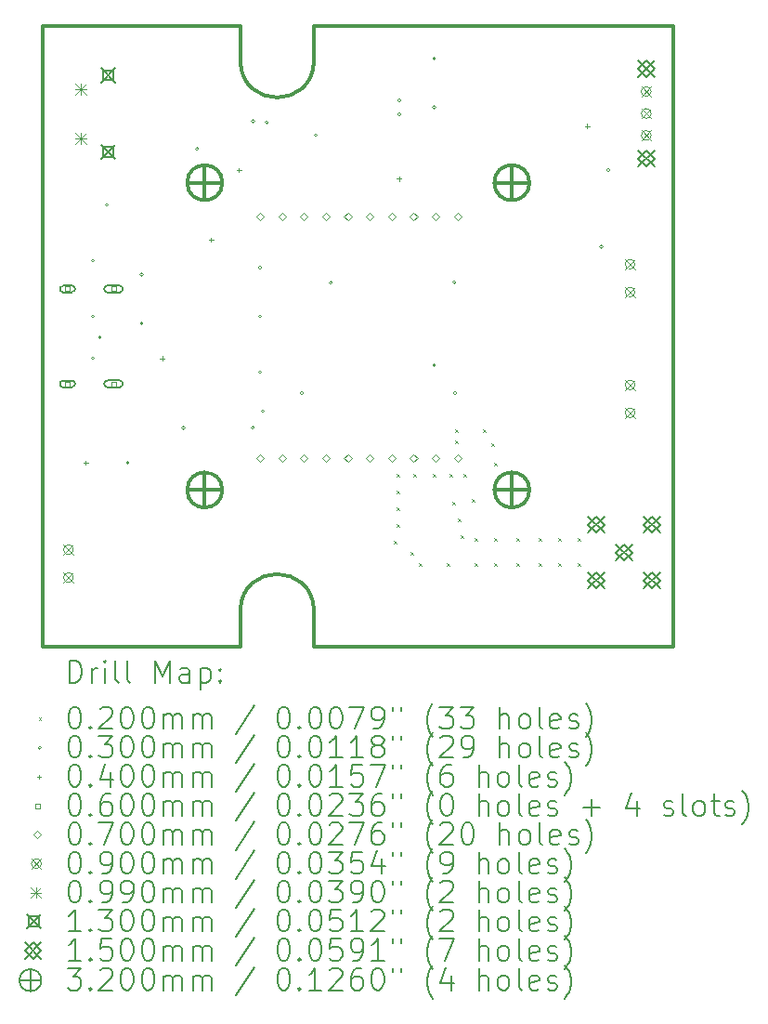
<source format=gbr>
%TF.GenerationSoftware,KiCad,Pcbnew,6.0.9-8da3e8f707~117~ubuntu20.04.1*%
%TF.CreationDate,2022-12-12T12:45:44+01:00*%
%TF.ProjectId,Adaptateur-USB-Xbee-2,41646170-7461-4746-9575-722d5553422d,rev?*%
%TF.SameCoordinates,Original*%
%TF.FileFunction,Drillmap*%
%TF.FilePolarity,Positive*%
%FSLAX45Y45*%
G04 Gerber Fmt 4.5, Leading zero omitted, Abs format (unit mm)*
G04 Created by KiCad (PCBNEW 6.0.9-8da3e8f707~117~ubuntu20.04.1) date 2022-12-12 12:45:44*
%MOMM*%
%LPD*%
G01*
G04 APERTURE LIST*
%ADD10C,0.300000*%
%ADD11C,0.200000*%
%ADD12C,0.020000*%
%ADD13C,0.030000*%
%ADD14C,0.040000*%
%ADD15C,0.060000*%
%ADD16C,0.070000*%
%ADD17C,0.090000*%
%ADD18C,0.099000*%
%ADD19C,0.130000*%
%ADD20C,0.150000*%
%ADD21C,0.320000*%
G04 APERTURE END LIST*
D10*
X14250000Y-8400000D02*
X10970000Y-8400000D01*
X8500000Y-8400000D02*
X8500000Y-14060000D01*
X10300000Y-8730000D02*
G75*
G03*
X10970000Y-8730000I335000J11699D01*
G01*
X10970000Y-8400000D02*
X10970000Y-8730000D01*
X10970000Y-14060000D02*
X14250000Y-14060000D01*
X10970000Y-13720000D02*
G75*
G03*
X10300000Y-13720000I-335000J-11699D01*
G01*
X10300000Y-14060000D02*
X10300000Y-13720000D01*
X14250000Y-14060000D02*
X14250000Y-8400000D01*
X10300000Y-8730000D02*
X10300000Y-8400000D01*
X10970000Y-13720000D02*
X10970000Y-14060000D01*
X10300000Y-8400000D02*
X8500000Y-8400000D01*
X8500000Y-14060000D02*
X10300000Y-14060000D01*
D11*
D12*
X11699400Y-13096400D02*
X11719400Y-13116400D01*
X11719400Y-13096400D02*
X11699400Y-13116400D01*
X11724800Y-12486800D02*
X11744800Y-12506800D01*
X11744800Y-12486800D02*
X11724800Y-12506800D01*
X11724800Y-12639200D02*
X11744800Y-12659200D01*
X11744800Y-12639200D02*
X11724800Y-12659200D01*
X11724800Y-12791600D02*
X11744800Y-12811600D01*
X11744800Y-12791600D02*
X11724800Y-12811600D01*
X11724800Y-12944000D02*
X11744800Y-12964000D01*
X11744800Y-12944000D02*
X11724800Y-12964000D01*
X11851800Y-13198000D02*
X11871800Y-13218000D01*
X11871800Y-13198000D02*
X11851800Y-13218000D01*
X11877200Y-12486800D02*
X11897200Y-12506800D01*
X11897200Y-12486800D02*
X11877200Y-12506800D01*
X11928000Y-13299600D02*
X11948000Y-13319600D01*
X11948000Y-13299600D02*
X11928000Y-13319600D01*
X12055000Y-12486800D02*
X12075000Y-12506800D01*
X12075000Y-12486800D02*
X12055000Y-12506800D01*
X12182000Y-13299600D02*
X12202000Y-13319600D01*
X12202000Y-13299600D02*
X12182000Y-13319600D01*
X12207400Y-12486800D02*
X12227400Y-12506800D01*
X12227400Y-12486800D02*
X12207400Y-12506800D01*
X12232800Y-12740800D02*
X12252800Y-12760800D01*
X12252800Y-12740800D02*
X12232800Y-12760800D01*
X12258200Y-12080400D02*
X12278200Y-12100400D01*
X12278200Y-12080400D02*
X12258200Y-12100400D01*
X12258200Y-12182000D02*
X12278200Y-12202000D01*
X12278200Y-12182000D02*
X12258200Y-12202000D01*
X12283600Y-12893200D02*
X12303600Y-12913200D01*
X12303600Y-12893200D02*
X12283600Y-12913200D01*
X12309000Y-13045600D02*
X12329000Y-13065600D01*
X12329000Y-13045600D02*
X12309000Y-13065600D01*
X12334400Y-12486800D02*
X12354400Y-12506800D01*
X12354400Y-12486800D02*
X12334400Y-12506800D01*
X12410600Y-12715400D02*
X12430600Y-12735400D01*
X12430600Y-12715400D02*
X12410600Y-12735400D01*
X12436000Y-13071000D02*
X12456000Y-13091000D01*
X12456000Y-13071000D02*
X12436000Y-13091000D01*
X12436000Y-13299600D02*
X12456000Y-13319600D01*
X12456000Y-13299600D02*
X12436000Y-13319600D01*
X12512200Y-12080400D02*
X12532200Y-12100400D01*
X12532200Y-12080400D02*
X12512200Y-12100400D01*
X12588400Y-12207400D02*
X12608400Y-12227400D01*
X12608400Y-12207400D02*
X12588400Y-12227400D01*
X12613800Y-12385200D02*
X12633800Y-12405200D01*
X12633800Y-12385200D02*
X12613800Y-12405200D01*
X12613800Y-13071000D02*
X12633800Y-13091000D01*
X12633800Y-13071000D02*
X12613800Y-13091000D01*
X12613800Y-13299600D02*
X12633800Y-13319600D01*
X12633800Y-13299600D02*
X12613800Y-13319600D01*
X12817000Y-13071000D02*
X12837000Y-13091000D01*
X12837000Y-13071000D02*
X12817000Y-13091000D01*
X12817000Y-13299600D02*
X12837000Y-13319600D01*
X12837000Y-13299600D02*
X12817000Y-13319600D01*
X13020200Y-13071000D02*
X13040200Y-13091000D01*
X13040200Y-13071000D02*
X13020200Y-13091000D01*
X13020200Y-13299600D02*
X13040200Y-13319600D01*
X13040200Y-13299600D02*
X13020200Y-13319600D01*
X13198000Y-13071000D02*
X13218000Y-13091000D01*
X13218000Y-13071000D02*
X13198000Y-13091000D01*
X13198000Y-13299600D02*
X13218000Y-13319600D01*
X13218000Y-13299600D02*
X13198000Y-13319600D01*
X13375800Y-13071000D02*
X13395800Y-13091000D01*
X13395800Y-13071000D02*
X13375800Y-13091000D01*
X13375800Y-13299600D02*
X13395800Y-13319600D01*
X13395800Y-13299600D02*
X13375800Y-13319600D01*
D13*
X8968500Y-10541000D02*
G75*
G03*
X8968500Y-10541000I-15000J0D01*
G01*
X8968500Y-11049000D02*
G75*
G03*
X8968500Y-11049000I-15000J0D01*
G01*
X8968500Y-11430000D02*
G75*
G03*
X8968500Y-11430000I-15000J0D01*
G01*
X9032000Y-11239500D02*
G75*
G03*
X9032000Y-11239500I-15000J0D01*
G01*
X9095500Y-10033000D02*
G75*
G03*
X9095500Y-10033000I-15000J0D01*
G01*
X9286000Y-12382500D02*
G75*
G03*
X9286000Y-12382500I-15000J0D01*
G01*
X9413000Y-10668000D02*
G75*
G03*
X9413000Y-10668000I-15000J0D01*
G01*
X9413000Y-11112500D02*
G75*
G03*
X9413000Y-11112500I-15000J0D01*
G01*
X9794000Y-12065000D02*
G75*
G03*
X9794000Y-12065000I-15000J0D01*
G01*
X9921000Y-9521050D02*
G75*
G03*
X9921000Y-9521050I-15000J0D01*
G01*
X10429000Y-9271000D02*
G75*
G03*
X10429000Y-9271000I-15000J0D01*
G01*
X10429000Y-12061050D02*
G75*
G03*
X10429000Y-12061050I-15000J0D01*
G01*
X10492500Y-10604500D02*
G75*
G03*
X10492500Y-10604500I-15000J0D01*
G01*
X10492500Y-11049000D02*
G75*
G03*
X10492500Y-11049000I-15000J0D01*
G01*
X10492500Y-11557000D02*
G75*
G03*
X10492500Y-11557000I-15000J0D01*
G01*
X10519140Y-11911360D02*
G75*
G03*
X10519140Y-11911360I-15000J0D01*
G01*
X10556000Y-9279950D02*
G75*
G03*
X10556000Y-9279950I-15000J0D01*
G01*
X10873500Y-11747500D02*
G75*
G03*
X10873500Y-11747500I-15000J0D01*
G01*
X11000500Y-9398000D02*
G75*
G03*
X11000500Y-9398000I-15000J0D01*
G01*
X11139180Y-10743180D02*
G75*
G03*
X11139180Y-10743180I-15000J0D01*
G01*
X11762500Y-9080500D02*
G75*
G03*
X11762500Y-9080500I-15000J0D01*
G01*
X11762500Y-9207500D02*
G75*
G03*
X11762500Y-9207500I-15000J0D01*
G01*
X12080000Y-8699500D02*
G75*
G03*
X12080000Y-8699500I-15000J0D01*
G01*
X12080000Y-9144000D02*
G75*
G03*
X12080000Y-9144000I-15000J0D01*
G01*
X12080000Y-11493500D02*
G75*
G03*
X12080000Y-11493500I-15000J0D01*
G01*
X12264400Y-10737600D02*
G75*
G03*
X12264400Y-10737600I-15000J0D01*
G01*
X12270500Y-11747500D02*
G75*
G03*
X12270500Y-11747500I-15000J0D01*
G01*
X13604000Y-10414000D02*
G75*
G03*
X13604000Y-10414000I-15000J0D01*
G01*
X13667500Y-9715500D02*
G75*
G03*
X13667500Y-9715500I-15000J0D01*
G01*
D14*
X8890000Y-12362500D02*
X8890000Y-12402500D01*
X8870000Y-12382500D02*
X8910000Y-12382500D01*
X9588500Y-11410000D02*
X9588500Y-11450000D01*
X9568500Y-11430000D02*
X9608500Y-11430000D01*
X10033000Y-10330500D02*
X10033000Y-10370500D01*
X10013000Y-10350500D02*
X10053000Y-10350500D01*
X10287000Y-9695500D02*
X10287000Y-9735500D01*
X10267000Y-9715500D02*
X10307000Y-9715500D01*
X11747500Y-9775450D02*
X11747500Y-9815450D01*
X11727500Y-9795450D02*
X11767500Y-9795450D01*
X13462000Y-9295050D02*
X13462000Y-9335050D01*
X13442000Y-9315050D02*
X13482000Y-9315050D01*
D15*
X8744963Y-10819713D02*
X8744963Y-10777287D01*
X8702537Y-10777287D01*
X8702537Y-10819713D01*
X8744963Y-10819713D01*
D11*
X8763750Y-10768500D02*
X8683750Y-10768500D01*
X8763750Y-10828500D02*
X8683750Y-10828500D01*
X8683750Y-10768500D02*
G75*
G03*
X8683750Y-10828500I0J-30000D01*
G01*
X8763750Y-10828500D02*
G75*
G03*
X8763750Y-10768500I0J30000D01*
G01*
D15*
X8744963Y-11684713D02*
X8744963Y-11642287D01*
X8702537Y-11642287D01*
X8702537Y-11684713D01*
X8744963Y-11684713D01*
D11*
X8763750Y-11633500D02*
X8683750Y-11633500D01*
X8763750Y-11693500D02*
X8683750Y-11693500D01*
X8683750Y-11633500D02*
G75*
G03*
X8683750Y-11693500I0J-30000D01*
G01*
X8763750Y-11693500D02*
G75*
G03*
X8763750Y-11633500I0J30000D01*
G01*
D15*
X9162963Y-10819713D02*
X9162963Y-10777287D01*
X9120537Y-10777287D01*
X9120537Y-10819713D01*
X9162963Y-10819713D01*
D11*
X9196750Y-10768500D02*
X9086750Y-10768500D01*
X9196750Y-10828500D02*
X9086750Y-10828500D01*
X9086750Y-10768500D02*
G75*
G03*
X9086750Y-10828500I0J-30000D01*
G01*
X9196750Y-10828500D02*
G75*
G03*
X9196750Y-10768500I0J30000D01*
G01*
D15*
X9162963Y-11683713D02*
X9162963Y-11641287D01*
X9120537Y-11641287D01*
X9120537Y-11683713D01*
X9162963Y-11683713D01*
D11*
X9196750Y-11632500D02*
X9086750Y-11632500D01*
X9196750Y-11692500D02*
X9086750Y-11692500D01*
X9086750Y-11632500D02*
G75*
G03*
X9086750Y-11692500I0J-30000D01*
G01*
X9196750Y-11692500D02*
G75*
G03*
X9196750Y-11632500I0J30000D01*
G01*
D16*
X10479500Y-10175000D02*
X10514500Y-10140000D01*
X10479500Y-10105000D01*
X10444500Y-10140000D01*
X10479500Y-10175000D01*
X10479500Y-12375000D02*
X10514500Y-12340000D01*
X10479500Y-12305000D01*
X10444500Y-12340000D01*
X10479500Y-12375000D01*
X10679500Y-10175000D02*
X10714500Y-10140000D01*
X10679500Y-10105000D01*
X10644500Y-10140000D01*
X10679500Y-10175000D01*
X10679500Y-12375000D02*
X10714500Y-12340000D01*
X10679500Y-12305000D01*
X10644500Y-12340000D01*
X10679500Y-12375000D01*
X10879500Y-10175000D02*
X10914500Y-10140000D01*
X10879500Y-10105000D01*
X10844500Y-10140000D01*
X10879500Y-10175000D01*
X10879500Y-12375000D02*
X10914500Y-12340000D01*
X10879500Y-12305000D01*
X10844500Y-12340000D01*
X10879500Y-12375000D01*
X11079500Y-10175000D02*
X11114500Y-10140000D01*
X11079500Y-10105000D01*
X11044500Y-10140000D01*
X11079500Y-10175000D01*
X11079500Y-12375000D02*
X11114500Y-12340000D01*
X11079500Y-12305000D01*
X11044500Y-12340000D01*
X11079500Y-12375000D01*
X11279500Y-10175000D02*
X11314500Y-10140000D01*
X11279500Y-10105000D01*
X11244500Y-10140000D01*
X11279500Y-10175000D01*
X11279500Y-12375000D02*
X11314500Y-12340000D01*
X11279500Y-12305000D01*
X11244500Y-12340000D01*
X11279500Y-12375000D01*
X11479500Y-10175000D02*
X11514500Y-10140000D01*
X11479500Y-10105000D01*
X11444500Y-10140000D01*
X11479500Y-10175000D01*
X11479500Y-12375000D02*
X11514500Y-12340000D01*
X11479500Y-12305000D01*
X11444500Y-12340000D01*
X11479500Y-12375000D01*
X11679500Y-10175000D02*
X11714500Y-10140000D01*
X11679500Y-10105000D01*
X11644500Y-10140000D01*
X11679500Y-10175000D01*
X11679500Y-12375000D02*
X11714500Y-12340000D01*
X11679500Y-12305000D01*
X11644500Y-12340000D01*
X11679500Y-12375000D01*
X11879500Y-10175000D02*
X11914500Y-10140000D01*
X11879500Y-10105000D01*
X11844500Y-10140000D01*
X11879500Y-10175000D01*
X11879500Y-12375000D02*
X11914500Y-12340000D01*
X11879500Y-12305000D01*
X11844500Y-12340000D01*
X11879500Y-12375000D01*
X12079500Y-10175000D02*
X12114500Y-10140000D01*
X12079500Y-10105000D01*
X12044500Y-10140000D01*
X12079500Y-10175000D01*
X12079500Y-12375000D02*
X12114500Y-12340000D01*
X12079500Y-12305000D01*
X12044500Y-12340000D01*
X12079500Y-12375000D01*
X12279500Y-10175000D02*
X12314500Y-10140000D01*
X12279500Y-10105000D01*
X12244500Y-10140000D01*
X12279500Y-10175000D01*
X12279500Y-12375000D02*
X12314500Y-12340000D01*
X12279500Y-12305000D01*
X12244500Y-12340000D01*
X12279500Y-12375000D01*
D17*
X8687500Y-13130000D02*
X8777500Y-13220000D01*
X8777500Y-13130000D02*
X8687500Y-13220000D01*
X8777500Y-13175000D02*
G75*
G03*
X8777500Y-13175000I-45000J0D01*
G01*
X8687500Y-13384000D02*
X8777500Y-13474000D01*
X8777500Y-13384000D02*
X8687500Y-13474000D01*
X8777500Y-13429000D02*
G75*
G03*
X8777500Y-13429000I-45000J0D01*
G01*
X13807500Y-10528500D02*
X13897500Y-10618500D01*
X13897500Y-10528500D02*
X13807500Y-10618500D01*
X13897500Y-10573500D02*
G75*
G03*
X13897500Y-10573500I-45000J0D01*
G01*
X13807500Y-10782500D02*
X13897500Y-10872500D01*
X13897500Y-10782500D02*
X13807500Y-10872500D01*
X13897500Y-10827500D02*
G75*
G03*
X13897500Y-10827500I-45000J0D01*
G01*
X13807500Y-11628500D02*
X13897500Y-11718500D01*
X13897500Y-11628500D02*
X13807500Y-11718500D01*
X13897500Y-11673500D02*
G75*
G03*
X13897500Y-11673500I-45000J0D01*
G01*
X13807500Y-11882500D02*
X13897500Y-11972500D01*
X13897500Y-11882500D02*
X13807500Y-11972500D01*
X13897500Y-11927500D02*
G75*
G03*
X13897500Y-11927500I-45000J0D01*
G01*
X13955000Y-8955000D02*
X14045000Y-9045000D01*
X14045000Y-8955000D02*
X13955000Y-9045000D01*
X14045000Y-9000000D02*
G75*
G03*
X14045000Y-9000000I-45000J0D01*
G01*
X13955000Y-9155000D02*
X14045000Y-9245000D01*
X14045000Y-9155000D02*
X13955000Y-9245000D01*
X14045000Y-9200000D02*
G75*
G03*
X14045000Y-9200000I-45000J0D01*
G01*
X13955000Y-9355000D02*
X14045000Y-9445000D01*
X14045000Y-9355000D02*
X13955000Y-9445000D01*
X14045000Y-9400000D02*
G75*
G03*
X14045000Y-9400000I-45000J0D01*
G01*
D18*
X8796750Y-8928000D02*
X8895750Y-9027000D01*
X8895750Y-8928000D02*
X8796750Y-9027000D01*
X8846250Y-8928000D02*
X8846250Y-9027000D01*
X8796750Y-8977500D02*
X8895750Y-8977500D01*
X8796750Y-9378000D02*
X8895750Y-9477000D01*
X8895750Y-9378000D02*
X8796750Y-9477000D01*
X8846250Y-9378000D02*
X8846250Y-9477000D01*
X8796750Y-9427500D02*
X8895750Y-9427500D01*
D19*
X9030250Y-8786500D02*
X9160250Y-8916500D01*
X9160250Y-8786500D02*
X9030250Y-8916500D01*
X9141212Y-8897462D02*
X9141212Y-8805538D01*
X9049288Y-8805538D01*
X9049288Y-8897462D01*
X9141212Y-8897462D01*
X9030250Y-9487500D02*
X9160250Y-9617500D01*
X9160250Y-9487500D02*
X9030250Y-9617500D01*
X9141212Y-9598462D02*
X9141212Y-9506538D01*
X9049288Y-9506538D01*
X9049288Y-9598462D01*
X9141212Y-9598462D01*
D20*
X13471000Y-12871000D02*
X13621000Y-13021000D01*
X13621000Y-12871000D02*
X13471000Y-13021000D01*
X13546000Y-13021000D02*
X13621000Y-12946000D01*
X13546000Y-12871000D01*
X13471000Y-12946000D01*
X13546000Y-13021000D01*
X13471000Y-13379000D02*
X13621000Y-13529000D01*
X13621000Y-13379000D02*
X13471000Y-13529000D01*
X13546000Y-13529000D02*
X13621000Y-13454000D01*
X13546000Y-13379000D01*
X13471000Y-13454000D01*
X13546000Y-13529000D01*
X13725000Y-13125000D02*
X13875000Y-13275000D01*
X13875000Y-13125000D02*
X13725000Y-13275000D01*
X13800000Y-13275000D02*
X13875000Y-13200000D01*
X13800000Y-13125000D01*
X13725000Y-13200000D01*
X13800000Y-13275000D01*
X13925000Y-8715000D02*
X14075000Y-8865000D01*
X14075000Y-8715000D02*
X13925000Y-8865000D01*
X14000000Y-8865000D02*
X14075000Y-8790000D01*
X14000000Y-8715000D01*
X13925000Y-8790000D01*
X14000000Y-8865000D01*
X13925000Y-9535000D02*
X14075000Y-9685000D01*
X14075000Y-9535000D02*
X13925000Y-9685000D01*
X14000000Y-9685000D02*
X14075000Y-9610000D01*
X14000000Y-9535000D01*
X13925000Y-9610000D01*
X14000000Y-9685000D01*
X13979000Y-12871000D02*
X14129000Y-13021000D01*
X14129000Y-12871000D02*
X13979000Y-13021000D01*
X14054000Y-13021000D02*
X14129000Y-12946000D01*
X14054000Y-12871000D01*
X13979000Y-12946000D01*
X14054000Y-13021000D01*
X13979000Y-13379000D02*
X14129000Y-13529000D01*
X14129000Y-13379000D02*
X13979000Y-13529000D01*
X14054000Y-13529000D02*
X14129000Y-13454000D01*
X14054000Y-13379000D01*
X13979000Y-13454000D01*
X14054000Y-13529000D01*
D21*
X9975000Y-9670000D02*
X9975000Y-9990000D01*
X9815000Y-9830000D02*
X10135000Y-9830000D01*
X10135000Y-9830000D02*
G75*
G03*
X10135000Y-9830000I-160000J0D01*
G01*
X9975000Y-12470000D02*
X9975000Y-12790000D01*
X9815000Y-12630000D02*
X10135000Y-12630000D01*
X10135000Y-12630000D02*
G75*
G03*
X10135000Y-12630000I-160000J0D01*
G01*
X12775000Y-9670000D02*
X12775000Y-9990000D01*
X12615000Y-9830000D02*
X12935000Y-9830000D01*
X12935000Y-9830000D02*
G75*
G03*
X12935000Y-9830000I-160000J0D01*
G01*
X12775000Y-12470000D02*
X12775000Y-12790000D01*
X12615000Y-12630000D02*
X12935000Y-12630000D01*
X12935000Y-12630000D02*
G75*
G03*
X12935000Y-12630000I-160000J0D01*
G01*
D11*
X8742619Y-14385476D02*
X8742619Y-14185476D01*
X8790238Y-14185476D01*
X8818810Y-14195000D01*
X8837857Y-14214048D01*
X8847381Y-14233095D01*
X8856905Y-14271190D01*
X8856905Y-14299762D01*
X8847381Y-14337857D01*
X8837857Y-14356905D01*
X8818810Y-14375952D01*
X8790238Y-14385476D01*
X8742619Y-14385476D01*
X8942619Y-14385476D02*
X8942619Y-14252143D01*
X8942619Y-14290238D02*
X8952143Y-14271190D01*
X8961667Y-14261667D01*
X8980714Y-14252143D01*
X8999762Y-14252143D01*
X9066429Y-14385476D02*
X9066429Y-14252143D01*
X9066429Y-14185476D02*
X9056905Y-14195000D01*
X9066429Y-14204524D01*
X9075952Y-14195000D01*
X9066429Y-14185476D01*
X9066429Y-14204524D01*
X9190238Y-14385476D02*
X9171190Y-14375952D01*
X9161667Y-14356905D01*
X9161667Y-14185476D01*
X9295000Y-14385476D02*
X9275952Y-14375952D01*
X9266429Y-14356905D01*
X9266429Y-14185476D01*
X9523571Y-14385476D02*
X9523571Y-14185476D01*
X9590238Y-14328333D01*
X9656905Y-14185476D01*
X9656905Y-14385476D01*
X9837857Y-14385476D02*
X9837857Y-14280714D01*
X9828333Y-14261667D01*
X9809286Y-14252143D01*
X9771190Y-14252143D01*
X9752143Y-14261667D01*
X9837857Y-14375952D02*
X9818810Y-14385476D01*
X9771190Y-14385476D01*
X9752143Y-14375952D01*
X9742619Y-14356905D01*
X9742619Y-14337857D01*
X9752143Y-14318809D01*
X9771190Y-14309286D01*
X9818810Y-14309286D01*
X9837857Y-14299762D01*
X9933095Y-14252143D02*
X9933095Y-14452143D01*
X9933095Y-14261667D02*
X9952143Y-14252143D01*
X9990238Y-14252143D01*
X10009286Y-14261667D01*
X10018810Y-14271190D01*
X10028333Y-14290238D01*
X10028333Y-14347381D01*
X10018810Y-14366428D01*
X10009286Y-14375952D01*
X9990238Y-14385476D01*
X9952143Y-14385476D01*
X9933095Y-14375952D01*
X10114048Y-14366428D02*
X10123571Y-14375952D01*
X10114048Y-14385476D01*
X10104524Y-14375952D01*
X10114048Y-14366428D01*
X10114048Y-14385476D01*
X10114048Y-14261667D02*
X10123571Y-14271190D01*
X10114048Y-14280714D01*
X10104524Y-14271190D01*
X10114048Y-14261667D01*
X10114048Y-14280714D01*
D12*
X8465000Y-14705000D02*
X8485000Y-14725000D01*
X8485000Y-14705000D02*
X8465000Y-14725000D01*
D11*
X8780714Y-14605476D02*
X8799762Y-14605476D01*
X8818810Y-14615000D01*
X8828333Y-14624524D01*
X8837857Y-14643571D01*
X8847381Y-14681667D01*
X8847381Y-14729286D01*
X8837857Y-14767381D01*
X8828333Y-14786428D01*
X8818810Y-14795952D01*
X8799762Y-14805476D01*
X8780714Y-14805476D01*
X8761667Y-14795952D01*
X8752143Y-14786428D01*
X8742619Y-14767381D01*
X8733095Y-14729286D01*
X8733095Y-14681667D01*
X8742619Y-14643571D01*
X8752143Y-14624524D01*
X8761667Y-14615000D01*
X8780714Y-14605476D01*
X8933095Y-14786428D02*
X8942619Y-14795952D01*
X8933095Y-14805476D01*
X8923571Y-14795952D01*
X8933095Y-14786428D01*
X8933095Y-14805476D01*
X9018810Y-14624524D02*
X9028333Y-14615000D01*
X9047381Y-14605476D01*
X9095000Y-14605476D01*
X9114048Y-14615000D01*
X9123571Y-14624524D01*
X9133095Y-14643571D01*
X9133095Y-14662619D01*
X9123571Y-14691190D01*
X9009286Y-14805476D01*
X9133095Y-14805476D01*
X9256905Y-14605476D02*
X9275952Y-14605476D01*
X9295000Y-14615000D01*
X9304524Y-14624524D01*
X9314048Y-14643571D01*
X9323571Y-14681667D01*
X9323571Y-14729286D01*
X9314048Y-14767381D01*
X9304524Y-14786428D01*
X9295000Y-14795952D01*
X9275952Y-14805476D01*
X9256905Y-14805476D01*
X9237857Y-14795952D01*
X9228333Y-14786428D01*
X9218810Y-14767381D01*
X9209286Y-14729286D01*
X9209286Y-14681667D01*
X9218810Y-14643571D01*
X9228333Y-14624524D01*
X9237857Y-14615000D01*
X9256905Y-14605476D01*
X9447381Y-14605476D02*
X9466429Y-14605476D01*
X9485476Y-14615000D01*
X9495000Y-14624524D01*
X9504524Y-14643571D01*
X9514048Y-14681667D01*
X9514048Y-14729286D01*
X9504524Y-14767381D01*
X9495000Y-14786428D01*
X9485476Y-14795952D01*
X9466429Y-14805476D01*
X9447381Y-14805476D01*
X9428333Y-14795952D01*
X9418810Y-14786428D01*
X9409286Y-14767381D01*
X9399762Y-14729286D01*
X9399762Y-14681667D01*
X9409286Y-14643571D01*
X9418810Y-14624524D01*
X9428333Y-14615000D01*
X9447381Y-14605476D01*
X9599762Y-14805476D02*
X9599762Y-14672143D01*
X9599762Y-14691190D02*
X9609286Y-14681667D01*
X9628333Y-14672143D01*
X9656905Y-14672143D01*
X9675952Y-14681667D01*
X9685476Y-14700714D01*
X9685476Y-14805476D01*
X9685476Y-14700714D02*
X9695000Y-14681667D01*
X9714048Y-14672143D01*
X9742619Y-14672143D01*
X9761667Y-14681667D01*
X9771190Y-14700714D01*
X9771190Y-14805476D01*
X9866429Y-14805476D02*
X9866429Y-14672143D01*
X9866429Y-14691190D02*
X9875952Y-14681667D01*
X9895000Y-14672143D01*
X9923571Y-14672143D01*
X9942619Y-14681667D01*
X9952143Y-14700714D01*
X9952143Y-14805476D01*
X9952143Y-14700714D02*
X9961667Y-14681667D01*
X9980714Y-14672143D01*
X10009286Y-14672143D01*
X10028333Y-14681667D01*
X10037857Y-14700714D01*
X10037857Y-14805476D01*
X10428333Y-14595952D02*
X10256905Y-14853095D01*
X10685476Y-14605476D02*
X10704524Y-14605476D01*
X10723571Y-14615000D01*
X10733095Y-14624524D01*
X10742619Y-14643571D01*
X10752143Y-14681667D01*
X10752143Y-14729286D01*
X10742619Y-14767381D01*
X10733095Y-14786428D01*
X10723571Y-14795952D01*
X10704524Y-14805476D01*
X10685476Y-14805476D01*
X10666429Y-14795952D01*
X10656905Y-14786428D01*
X10647381Y-14767381D01*
X10637857Y-14729286D01*
X10637857Y-14681667D01*
X10647381Y-14643571D01*
X10656905Y-14624524D01*
X10666429Y-14615000D01*
X10685476Y-14605476D01*
X10837857Y-14786428D02*
X10847381Y-14795952D01*
X10837857Y-14805476D01*
X10828333Y-14795952D01*
X10837857Y-14786428D01*
X10837857Y-14805476D01*
X10971190Y-14605476D02*
X10990238Y-14605476D01*
X11009286Y-14615000D01*
X11018810Y-14624524D01*
X11028333Y-14643571D01*
X11037857Y-14681667D01*
X11037857Y-14729286D01*
X11028333Y-14767381D01*
X11018810Y-14786428D01*
X11009286Y-14795952D01*
X10990238Y-14805476D01*
X10971190Y-14805476D01*
X10952143Y-14795952D01*
X10942619Y-14786428D01*
X10933095Y-14767381D01*
X10923571Y-14729286D01*
X10923571Y-14681667D01*
X10933095Y-14643571D01*
X10942619Y-14624524D01*
X10952143Y-14615000D01*
X10971190Y-14605476D01*
X11161667Y-14605476D02*
X11180714Y-14605476D01*
X11199762Y-14615000D01*
X11209286Y-14624524D01*
X11218809Y-14643571D01*
X11228333Y-14681667D01*
X11228333Y-14729286D01*
X11218809Y-14767381D01*
X11209286Y-14786428D01*
X11199762Y-14795952D01*
X11180714Y-14805476D01*
X11161667Y-14805476D01*
X11142619Y-14795952D01*
X11133095Y-14786428D01*
X11123571Y-14767381D01*
X11114048Y-14729286D01*
X11114048Y-14681667D01*
X11123571Y-14643571D01*
X11133095Y-14624524D01*
X11142619Y-14615000D01*
X11161667Y-14605476D01*
X11295000Y-14605476D02*
X11428333Y-14605476D01*
X11342619Y-14805476D01*
X11514048Y-14805476D02*
X11552143Y-14805476D01*
X11571190Y-14795952D01*
X11580714Y-14786428D01*
X11599762Y-14757857D01*
X11609286Y-14719762D01*
X11609286Y-14643571D01*
X11599762Y-14624524D01*
X11590238Y-14615000D01*
X11571190Y-14605476D01*
X11533095Y-14605476D01*
X11514048Y-14615000D01*
X11504524Y-14624524D01*
X11495000Y-14643571D01*
X11495000Y-14691190D01*
X11504524Y-14710238D01*
X11514048Y-14719762D01*
X11533095Y-14729286D01*
X11571190Y-14729286D01*
X11590238Y-14719762D01*
X11599762Y-14710238D01*
X11609286Y-14691190D01*
X11685476Y-14605476D02*
X11685476Y-14643571D01*
X11761667Y-14605476D02*
X11761667Y-14643571D01*
X12056905Y-14881667D02*
X12047381Y-14872143D01*
X12028333Y-14843571D01*
X12018809Y-14824524D01*
X12009286Y-14795952D01*
X11999762Y-14748333D01*
X11999762Y-14710238D01*
X12009286Y-14662619D01*
X12018809Y-14634048D01*
X12028333Y-14615000D01*
X12047381Y-14586428D01*
X12056905Y-14576905D01*
X12114048Y-14605476D02*
X12237857Y-14605476D01*
X12171190Y-14681667D01*
X12199762Y-14681667D01*
X12218809Y-14691190D01*
X12228333Y-14700714D01*
X12237857Y-14719762D01*
X12237857Y-14767381D01*
X12228333Y-14786428D01*
X12218809Y-14795952D01*
X12199762Y-14805476D01*
X12142619Y-14805476D01*
X12123571Y-14795952D01*
X12114048Y-14786428D01*
X12304524Y-14605476D02*
X12428333Y-14605476D01*
X12361667Y-14681667D01*
X12390238Y-14681667D01*
X12409286Y-14691190D01*
X12418809Y-14700714D01*
X12428333Y-14719762D01*
X12428333Y-14767381D01*
X12418809Y-14786428D01*
X12409286Y-14795952D01*
X12390238Y-14805476D01*
X12333095Y-14805476D01*
X12314048Y-14795952D01*
X12304524Y-14786428D01*
X12666428Y-14805476D02*
X12666428Y-14605476D01*
X12752143Y-14805476D02*
X12752143Y-14700714D01*
X12742619Y-14681667D01*
X12723571Y-14672143D01*
X12695000Y-14672143D01*
X12675952Y-14681667D01*
X12666428Y-14691190D01*
X12875952Y-14805476D02*
X12856905Y-14795952D01*
X12847381Y-14786428D01*
X12837857Y-14767381D01*
X12837857Y-14710238D01*
X12847381Y-14691190D01*
X12856905Y-14681667D01*
X12875952Y-14672143D01*
X12904524Y-14672143D01*
X12923571Y-14681667D01*
X12933095Y-14691190D01*
X12942619Y-14710238D01*
X12942619Y-14767381D01*
X12933095Y-14786428D01*
X12923571Y-14795952D01*
X12904524Y-14805476D01*
X12875952Y-14805476D01*
X13056905Y-14805476D02*
X13037857Y-14795952D01*
X13028333Y-14776905D01*
X13028333Y-14605476D01*
X13209286Y-14795952D02*
X13190238Y-14805476D01*
X13152143Y-14805476D01*
X13133095Y-14795952D01*
X13123571Y-14776905D01*
X13123571Y-14700714D01*
X13133095Y-14681667D01*
X13152143Y-14672143D01*
X13190238Y-14672143D01*
X13209286Y-14681667D01*
X13218809Y-14700714D01*
X13218809Y-14719762D01*
X13123571Y-14738809D01*
X13295000Y-14795952D02*
X13314048Y-14805476D01*
X13352143Y-14805476D01*
X13371190Y-14795952D01*
X13380714Y-14776905D01*
X13380714Y-14767381D01*
X13371190Y-14748333D01*
X13352143Y-14738809D01*
X13323571Y-14738809D01*
X13304524Y-14729286D01*
X13295000Y-14710238D01*
X13295000Y-14700714D01*
X13304524Y-14681667D01*
X13323571Y-14672143D01*
X13352143Y-14672143D01*
X13371190Y-14681667D01*
X13447381Y-14881667D02*
X13456905Y-14872143D01*
X13475952Y-14843571D01*
X13485476Y-14824524D01*
X13495000Y-14795952D01*
X13504524Y-14748333D01*
X13504524Y-14710238D01*
X13495000Y-14662619D01*
X13485476Y-14634048D01*
X13475952Y-14615000D01*
X13456905Y-14586428D01*
X13447381Y-14576905D01*
D13*
X8485000Y-14979000D02*
G75*
G03*
X8485000Y-14979000I-15000J0D01*
G01*
D11*
X8780714Y-14869476D02*
X8799762Y-14869476D01*
X8818810Y-14879000D01*
X8828333Y-14888524D01*
X8837857Y-14907571D01*
X8847381Y-14945667D01*
X8847381Y-14993286D01*
X8837857Y-15031381D01*
X8828333Y-15050428D01*
X8818810Y-15059952D01*
X8799762Y-15069476D01*
X8780714Y-15069476D01*
X8761667Y-15059952D01*
X8752143Y-15050428D01*
X8742619Y-15031381D01*
X8733095Y-14993286D01*
X8733095Y-14945667D01*
X8742619Y-14907571D01*
X8752143Y-14888524D01*
X8761667Y-14879000D01*
X8780714Y-14869476D01*
X8933095Y-15050428D02*
X8942619Y-15059952D01*
X8933095Y-15069476D01*
X8923571Y-15059952D01*
X8933095Y-15050428D01*
X8933095Y-15069476D01*
X9009286Y-14869476D02*
X9133095Y-14869476D01*
X9066429Y-14945667D01*
X9095000Y-14945667D01*
X9114048Y-14955190D01*
X9123571Y-14964714D01*
X9133095Y-14983762D01*
X9133095Y-15031381D01*
X9123571Y-15050428D01*
X9114048Y-15059952D01*
X9095000Y-15069476D01*
X9037857Y-15069476D01*
X9018810Y-15059952D01*
X9009286Y-15050428D01*
X9256905Y-14869476D02*
X9275952Y-14869476D01*
X9295000Y-14879000D01*
X9304524Y-14888524D01*
X9314048Y-14907571D01*
X9323571Y-14945667D01*
X9323571Y-14993286D01*
X9314048Y-15031381D01*
X9304524Y-15050428D01*
X9295000Y-15059952D01*
X9275952Y-15069476D01*
X9256905Y-15069476D01*
X9237857Y-15059952D01*
X9228333Y-15050428D01*
X9218810Y-15031381D01*
X9209286Y-14993286D01*
X9209286Y-14945667D01*
X9218810Y-14907571D01*
X9228333Y-14888524D01*
X9237857Y-14879000D01*
X9256905Y-14869476D01*
X9447381Y-14869476D02*
X9466429Y-14869476D01*
X9485476Y-14879000D01*
X9495000Y-14888524D01*
X9504524Y-14907571D01*
X9514048Y-14945667D01*
X9514048Y-14993286D01*
X9504524Y-15031381D01*
X9495000Y-15050428D01*
X9485476Y-15059952D01*
X9466429Y-15069476D01*
X9447381Y-15069476D01*
X9428333Y-15059952D01*
X9418810Y-15050428D01*
X9409286Y-15031381D01*
X9399762Y-14993286D01*
X9399762Y-14945667D01*
X9409286Y-14907571D01*
X9418810Y-14888524D01*
X9428333Y-14879000D01*
X9447381Y-14869476D01*
X9599762Y-15069476D02*
X9599762Y-14936143D01*
X9599762Y-14955190D02*
X9609286Y-14945667D01*
X9628333Y-14936143D01*
X9656905Y-14936143D01*
X9675952Y-14945667D01*
X9685476Y-14964714D01*
X9685476Y-15069476D01*
X9685476Y-14964714D02*
X9695000Y-14945667D01*
X9714048Y-14936143D01*
X9742619Y-14936143D01*
X9761667Y-14945667D01*
X9771190Y-14964714D01*
X9771190Y-15069476D01*
X9866429Y-15069476D02*
X9866429Y-14936143D01*
X9866429Y-14955190D02*
X9875952Y-14945667D01*
X9895000Y-14936143D01*
X9923571Y-14936143D01*
X9942619Y-14945667D01*
X9952143Y-14964714D01*
X9952143Y-15069476D01*
X9952143Y-14964714D02*
X9961667Y-14945667D01*
X9980714Y-14936143D01*
X10009286Y-14936143D01*
X10028333Y-14945667D01*
X10037857Y-14964714D01*
X10037857Y-15069476D01*
X10428333Y-14859952D02*
X10256905Y-15117095D01*
X10685476Y-14869476D02*
X10704524Y-14869476D01*
X10723571Y-14879000D01*
X10733095Y-14888524D01*
X10742619Y-14907571D01*
X10752143Y-14945667D01*
X10752143Y-14993286D01*
X10742619Y-15031381D01*
X10733095Y-15050428D01*
X10723571Y-15059952D01*
X10704524Y-15069476D01*
X10685476Y-15069476D01*
X10666429Y-15059952D01*
X10656905Y-15050428D01*
X10647381Y-15031381D01*
X10637857Y-14993286D01*
X10637857Y-14945667D01*
X10647381Y-14907571D01*
X10656905Y-14888524D01*
X10666429Y-14879000D01*
X10685476Y-14869476D01*
X10837857Y-15050428D02*
X10847381Y-15059952D01*
X10837857Y-15069476D01*
X10828333Y-15059952D01*
X10837857Y-15050428D01*
X10837857Y-15069476D01*
X10971190Y-14869476D02*
X10990238Y-14869476D01*
X11009286Y-14879000D01*
X11018810Y-14888524D01*
X11028333Y-14907571D01*
X11037857Y-14945667D01*
X11037857Y-14993286D01*
X11028333Y-15031381D01*
X11018810Y-15050428D01*
X11009286Y-15059952D01*
X10990238Y-15069476D01*
X10971190Y-15069476D01*
X10952143Y-15059952D01*
X10942619Y-15050428D01*
X10933095Y-15031381D01*
X10923571Y-14993286D01*
X10923571Y-14945667D01*
X10933095Y-14907571D01*
X10942619Y-14888524D01*
X10952143Y-14879000D01*
X10971190Y-14869476D01*
X11228333Y-15069476D02*
X11114048Y-15069476D01*
X11171190Y-15069476D02*
X11171190Y-14869476D01*
X11152143Y-14898048D01*
X11133095Y-14917095D01*
X11114048Y-14926619D01*
X11418809Y-15069476D02*
X11304524Y-15069476D01*
X11361667Y-15069476D02*
X11361667Y-14869476D01*
X11342619Y-14898048D01*
X11323571Y-14917095D01*
X11304524Y-14926619D01*
X11533095Y-14955190D02*
X11514048Y-14945667D01*
X11504524Y-14936143D01*
X11495000Y-14917095D01*
X11495000Y-14907571D01*
X11504524Y-14888524D01*
X11514048Y-14879000D01*
X11533095Y-14869476D01*
X11571190Y-14869476D01*
X11590238Y-14879000D01*
X11599762Y-14888524D01*
X11609286Y-14907571D01*
X11609286Y-14917095D01*
X11599762Y-14936143D01*
X11590238Y-14945667D01*
X11571190Y-14955190D01*
X11533095Y-14955190D01*
X11514048Y-14964714D01*
X11504524Y-14974238D01*
X11495000Y-14993286D01*
X11495000Y-15031381D01*
X11504524Y-15050428D01*
X11514048Y-15059952D01*
X11533095Y-15069476D01*
X11571190Y-15069476D01*
X11590238Y-15059952D01*
X11599762Y-15050428D01*
X11609286Y-15031381D01*
X11609286Y-14993286D01*
X11599762Y-14974238D01*
X11590238Y-14964714D01*
X11571190Y-14955190D01*
X11685476Y-14869476D02*
X11685476Y-14907571D01*
X11761667Y-14869476D02*
X11761667Y-14907571D01*
X12056905Y-15145667D02*
X12047381Y-15136143D01*
X12028333Y-15107571D01*
X12018809Y-15088524D01*
X12009286Y-15059952D01*
X11999762Y-15012333D01*
X11999762Y-14974238D01*
X12009286Y-14926619D01*
X12018809Y-14898048D01*
X12028333Y-14879000D01*
X12047381Y-14850428D01*
X12056905Y-14840905D01*
X12123571Y-14888524D02*
X12133095Y-14879000D01*
X12152143Y-14869476D01*
X12199762Y-14869476D01*
X12218809Y-14879000D01*
X12228333Y-14888524D01*
X12237857Y-14907571D01*
X12237857Y-14926619D01*
X12228333Y-14955190D01*
X12114048Y-15069476D01*
X12237857Y-15069476D01*
X12333095Y-15069476D02*
X12371190Y-15069476D01*
X12390238Y-15059952D01*
X12399762Y-15050428D01*
X12418809Y-15021857D01*
X12428333Y-14983762D01*
X12428333Y-14907571D01*
X12418809Y-14888524D01*
X12409286Y-14879000D01*
X12390238Y-14869476D01*
X12352143Y-14869476D01*
X12333095Y-14879000D01*
X12323571Y-14888524D01*
X12314048Y-14907571D01*
X12314048Y-14955190D01*
X12323571Y-14974238D01*
X12333095Y-14983762D01*
X12352143Y-14993286D01*
X12390238Y-14993286D01*
X12409286Y-14983762D01*
X12418809Y-14974238D01*
X12428333Y-14955190D01*
X12666428Y-15069476D02*
X12666428Y-14869476D01*
X12752143Y-15069476D02*
X12752143Y-14964714D01*
X12742619Y-14945667D01*
X12723571Y-14936143D01*
X12695000Y-14936143D01*
X12675952Y-14945667D01*
X12666428Y-14955190D01*
X12875952Y-15069476D02*
X12856905Y-15059952D01*
X12847381Y-15050428D01*
X12837857Y-15031381D01*
X12837857Y-14974238D01*
X12847381Y-14955190D01*
X12856905Y-14945667D01*
X12875952Y-14936143D01*
X12904524Y-14936143D01*
X12923571Y-14945667D01*
X12933095Y-14955190D01*
X12942619Y-14974238D01*
X12942619Y-15031381D01*
X12933095Y-15050428D01*
X12923571Y-15059952D01*
X12904524Y-15069476D01*
X12875952Y-15069476D01*
X13056905Y-15069476D02*
X13037857Y-15059952D01*
X13028333Y-15040905D01*
X13028333Y-14869476D01*
X13209286Y-15059952D02*
X13190238Y-15069476D01*
X13152143Y-15069476D01*
X13133095Y-15059952D01*
X13123571Y-15040905D01*
X13123571Y-14964714D01*
X13133095Y-14945667D01*
X13152143Y-14936143D01*
X13190238Y-14936143D01*
X13209286Y-14945667D01*
X13218809Y-14964714D01*
X13218809Y-14983762D01*
X13123571Y-15002809D01*
X13295000Y-15059952D02*
X13314048Y-15069476D01*
X13352143Y-15069476D01*
X13371190Y-15059952D01*
X13380714Y-15040905D01*
X13380714Y-15031381D01*
X13371190Y-15012333D01*
X13352143Y-15002809D01*
X13323571Y-15002809D01*
X13304524Y-14993286D01*
X13295000Y-14974238D01*
X13295000Y-14964714D01*
X13304524Y-14945667D01*
X13323571Y-14936143D01*
X13352143Y-14936143D01*
X13371190Y-14945667D01*
X13447381Y-15145667D02*
X13456905Y-15136143D01*
X13475952Y-15107571D01*
X13485476Y-15088524D01*
X13495000Y-15059952D01*
X13504524Y-15012333D01*
X13504524Y-14974238D01*
X13495000Y-14926619D01*
X13485476Y-14898048D01*
X13475952Y-14879000D01*
X13456905Y-14850428D01*
X13447381Y-14840905D01*
D14*
X8465000Y-15223000D02*
X8465000Y-15263000D01*
X8445000Y-15243000D02*
X8485000Y-15243000D01*
D11*
X8780714Y-15133476D02*
X8799762Y-15133476D01*
X8818810Y-15143000D01*
X8828333Y-15152524D01*
X8837857Y-15171571D01*
X8847381Y-15209667D01*
X8847381Y-15257286D01*
X8837857Y-15295381D01*
X8828333Y-15314428D01*
X8818810Y-15323952D01*
X8799762Y-15333476D01*
X8780714Y-15333476D01*
X8761667Y-15323952D01*
X8752143Y-15314428D01*
X8742619Y-15295381D01*
X8733095Y-15257286D01*
X8733095Y-15209667D01*
X8742619Y-15171571D01*
X8752143Y-15152524D01*
X8761667Y-15143000D01*
X8780714Y-15133476D01*
X8933095Y-15314428D02*
X8942619Y-15323952D01*
X8933095Y-15333476D01*
X8923571Y-15323952D01*
X8933095Y-15314428D01*
X8933095Y-15333476D01*
X9114048Y-15200143D02*
X9114048Y-15333476D01*
X9066429Y-15123952D02*
X9018810Y-15266809D01*
X9142619Y-15266809D01*
X9256905Y-15133476D02*
X9275952Y-15133476D01*
X9295000Y-15143000D01*
X9304524Y-15152524D01*
X9314048Y-15171571D01*
X9323571Y-15209667D01*
X9323571Y-15257286D01*
X9314048Y-15295381D01*
X9304524Y-15314428D01*
X9295000Y-15323952D01*
X9275952Y-15333476D01*
X9256905Y-15333476D01*
X9237857Y-15323952D01*
X9228333Y-15314428D01*
X9218810Y-15295381D01*
X9209286Y-15257286D01*
X9209286Y-15209667D01*
X9218810Y-15171571D01*
X9228333Y-15152524D01*
X9237857Y-15143000D01*
X9256905Y-15133476D01*
X9447381Y-15133476D02*
X9466429Y-15133476D01*
X9485476Y-15143000D01*
X9495000Y-15152524D01*
X9504524Y-15171571D01*
X9514048Y-15209667D01*
X9514048Y-15257286D01*
X9504524Y-15295381D01*
X9495000Y-15314428D01*
X9485476Y-15323952D01*
X9466429Y-15333476D01*
X9447381Y-15333476D01*
X9428333Y-15323952D01*
X9418810Y-15314428D01*
X9409286Y-15295381D01*
X9399762Y-15257286D01*
X9399762Y-15209667D01*
X9409286Y-15171571D01*
X9418810Y-15152524D01*
X9428333Y-15143000D01*
X9447381Y-15133476D01*
X9599762Y-15333476D02*
X9599762Y-15200143D01*
X9599762Y-15219190D02*
X9609286Y-15209667D01*
X9628333Y-15200143D01*
X9656905Y-15200143D01*
X9675952Y-15209667D01*
X9685476Y-15228714D01*
X9685476Y-15333476D01*
X9685476Y-15228714D02*
X9695000Y-15209667D01*
X9714048Y-15200143D01*
X9742619Y-15200143D01*
X9761667Y-15209667D01*
X9771190Y-15228714D01*
X9771190Y-15333476D01*
X9866429Y-15333476D02*
X9866429Y-15200143D01*
X9866429Y-15219190D02*
X9875952Y-15209667D01*
X9895000Y-15200143D01*
X9923571Y-15200143D01*
X9942619Y-15209667D01*
X9952143Y-15228714D01*
X9952143Y-15333476D01*
X9952143Y-15228714D02*
X9961667Y-15209667D01*
X9980714Y-15200143D01*
X10009286Y-15200143D01*
X10028333Y-15209667D01*
X10037857Y-15228714D01*
X10037857Y-15333476D01*
X10428333Y-15123952D02*
X10256905Y-15381095D01*
X10685476Y-15133476D02*
X10704524Y-15133476D01*
X10723571Y-15143000D01*
X10733095Y-15152524D01*
X10742619Y-15171571D01*
X10752143Y-15209667D01*
X10752143Y-15257286D01*
X10742619Y-15295381D01*
X10733095Y-15314428D01*
X10723571Y-15323952D01*
X10704524Y-15333476D01*
X10685476Y-15333476D01*
X10666429Y-15323952D01*
X10656905Y-15314428D01*
X10647381Y-15295381D01*
X10637857Y-15257286D01*
X10637857Y-15209667D01*
X10647381Y-15171571D01*
X10656905Y-15152524D01*
X10666429Y-15143000D01*
X10685476Y-15133476D01*
X10837857Y-15314428D02*
X10847381Y-15323952D01*
X10837857Y-15333476D01*
X10828333Y-15323952D01*
X10837857Y-15314428D01*
X10837857Y-15333476D01*
X10971190Y-15133476D02*
X10990238Y-15133476D01*
X11009286Y-15143000D01*
X11018810Y-15152524D01*
X11028333Y-15171571D01*
X11037857Y-15209667D01*
X11037857Y-15257286D01*
X11028333Y-15295381D01*
X11018810Y-15314428D01*
X11009286Y-15323952D01*
X10990238Y-15333476D01*
X10971190Y-15333476D01*
X10952143Y-15323952D01*
X10942619Y-15314428D01*
X10933095Y-15295381D01*
X10923571Y-15257286D01*
X10923571Y-15209667D01*
X10933095Y-15171571D01*
X10942619Y-15152524D01*
X10952143Y-15143000D01*
X10971190Y-15133476D01*
X11228333Y-15333476D02*
X11114048Y-15333476D01*
X11171190Y-15333476D02*
X11171190Y-15133476D01*
X11152143Y-15162048D01*
X11133095Y-15181095D01*
X11114048Y-15190619D01*
X11409286Y-15133476D02*
X11314048Y-15133476D01*
X11304524Y-15228714D01*
X11314048Y-15219190D01*
X11333095Y-15209667D01*
X11380714Y-15209667D01*
X11399762Y-15219190D01*
X11409286Y-15228714D01*
X11418809Y-15247762D01*
X11418809Y-15295381D01*
X11409286Y-15314428D01*
X11399762Y-15323952D01*
X11380714Y-15333476D01*
X11333095Y-15333476D01*
X11314048Y-15323952D01*
X11304524Y-15314428D01*
X11485476Y-15133476D02*
X11618809Y-15133476D01*
X11533095Y-15333476D01*
X11685476Y-15133476D02*
X11685476Y-15171571D01*
X11761667Y-15133476D02*
X11761667Y-15171571D01*
X12056905Y-15409667D02*
X12047381Y-15400143D01*
X12028333Y-15371571D01*
X12018809Y-15352524D01*
X12009286Y-15323952D01*
X11999762Y-15276333D01*
X11999762Y-15238238D01*
X12009286Y-15190619D01*
X12018809Y-15162048D01*
X12028333Y-15143000D01*
X12047381Y-15114428D01*
X12056905Y-15104905D01*
X12218809Y-15133476D02*
X12180714Y-15133476D01*
X12161667Y-15143000D01*
X12152143Y-15152524D01*
X12133095Y-15181095D01*
X12123571Y-15219190D01*
X12123571Y-15295381D01*
X12133095Y-15314428D01*
X12142619Y-15323952D01*
X12161667Y-15333476D01*
X12199762Y-15333476D01*
X12218809Y-15323952D01*
X12228333Y-15314428D01*
X12237857Y-15295381D01*
X12237857Y-15247762D01*
X12228333Y-15228714D01*
X12218809Y-15219190D01*
X12199762Y-15209667D01*
X12161667Y-15209667D01*
X12142619Y-15219190D01*
X12133095Y-15228714D01*
X12123571Y-15247762D01*
X12475952Y-15333476D02*
X12475952Y-15133476D01*
X12561667Y-15333476D02*
X12561667Y-15228714D01*
X12552143Y-15209667D01*
X12533095Y-15200143D01*
X12504524Y-15200143D01*
X12485476Y-15209667D01*
X12475952Y-15219190D01*
X12685476Y-15333476D02*
X12666428Y-15323952D01*
X12656905Y-15314428D01*
X12647381Y-15295381D01*
X12647381Y-15238238D01*
X12656905Y-15219190D01*
X12666428Y-15209667D01*
X12685476Y-15200143D01*
X12714048Y-15200143D01*
X12733095Y-15209667D01*
X12742619Y-15219190D01*
X12752143Y-15238238D01*
X12752143Y-15295381D01*
X12742619Y-15314428D01*
X12733095Y-15323952D01*
X12714048Y-15333476D01*
X12685476Y-15333476D01*
X12866428Y-15333476D02*
X12847381Y-15323952D01*
X12837857Y-15304905D01*
X12837857Y-15133476D01*
X13018809Y-15323952D02*
X12999762Y-15333476D01*
X12961667Y-15333476D01*
X12942619Y-15323952D01*
X12933095Y-15304905D01*
X12933095Y-15228714D01*
X12942619Y-15209667D01*
X12961667Y-15200143D01*
X12999762Y-15200143D01*
X13018809Y-15209667D01*
X13028333Y-15228714D01*
X13028333Y-15247762D01*
X12933095Y-15266809D01*
X13104524Y-15323952D02*
X13123571Y-15333476D01*
X13161667Y-15333476D01*
X13180714Y-15323952D01*
X13190238Y-15304905D01*
X13190238Y-15295381D01*
X13180714Y-15276333D01*
X13161667Y-15266809D01*
X13133095Y-15266809D01*
X13114048Y-15257286D01*
X13104524Y-15238238D01*
X13104524Y-15228714D01*
X13114048Y-15209667D01*
X13133095Y-15200143D01*
X13161667Y-15200143D01*
X13180714Y-15209667D01*
X13256905Y-15409667D02*
X13266428Y-15400143D01*
X13285476Y-15371571D01*
X13295000Y-15352524D01*
X13304524Y-15323952D01*
X13314048Y-15276333D01*
X13314048Y-15238238D01*
X13304524Y-15190619D01*
X13295000Y-15162048D01*
X13285476Y-15143000D01*
X13266428Y-15114428D01*
X13256905Y-15104905D01*
D15*
X8476213Y-15528213D02*
X8476213Y-15485787D01*
X8433787Y-15485787D01*
X8433787Y-15528213D01*
X8476213Y-15528213D01*
D11*
X8780714Y-15397476D02*
X8799762Y-15397476D01*
X8818810Y-15407000D01*
X8828333Y-15416524D01*
X8837857Y-15435571D01*
X8847381Y-15473667D01*
X8847381Y-15521286D01*
X8837857Y-15559381D01*
X8828333Y-15578428D01*
X8818810Y-15587952D01*
X8799762Y-15597476D01*
X8780714Y-15597476D01*
X8761667Y-15587952D01*
X8752143Y-15578428D01*
X8742619Y-15559381D01*
X8733095Y-15521286D01*
X8733095Y-15473667D01*
X8742619Y-15435571D01*
X8752143Y-15416524D01*
X8761667Y-15407000D01*
X8780714Y-15397476D01*
X8933095Y-15578428D02*
X8942619Y-15587952D01*
X8933095Y-15597476D01*
X8923571Y-15587952D01*
X8933095Y-15578428D01*
X8933095Y-15597476D01*
X9114048Y-15397476D02*
X9075952Y-15397476D01*
X9056905Y-15407000D01*
X9047381Y-15416524D01*
X9028333Y-15445095D01*
X9018810Y-15483190D01*
X9018810Y-15559381D01*
X9028333Y-15578428D01*
X9037857Y-15587952D01*
X9056905Y-15597476D01*
X9095000Y-15597476D01*
X9114048Y-15587952D01*
X9123571Y-15578428D01*
X9133095Y-15559381D01*
X9133095Y-15511762D01*
X9123571Y-15492714D01*
X9114048Y-15483190D01*
X9095000Y-15473667D01*
X9056905Y-15473667D01*
X9037857Y-15483190D01*
X9028333Y-15492714D01*
X9018810Y-15511762D01*
X9256905Y-15397476D02*
X9275952Y-15397476D01*
X9295000Y-15407000D01*
X9304524Y-15416524D01*
X9314048Y-15435571D01*
X9323571Y-15473667D01*
X9323571Y-15521286D01*
X9314048Y-15559381D01*
X9304524Y-15578428D01*
X9295000Y-15587952D01*
X9275952Y-15597476D01*
X9256905Y-15597476D01*
X9237857Y-15587952D01*
X9228333Y-15578428D01*
X9218810Y-15559381D01*
X9209286Y-15521286D01*
X9209286Y-15473667D01*
X9218810Y-15435571D01*
X9228333Y-15416524D01*
X9237857Y-15407000D01*
X9256905Y-15397476D01*
X9447381Y-15397476D02*
X9466429Y-15397476D01*
X9485476Y-15407000D01*
X9495000Y-15416524D01*
X9504524Y-15435571D01*
X9514048Y-15473667D01*
X9514048Y-15521286D01*
X9504524Y-15559381D01*
X9495000Y-15578428D01*
X9485476Y-15587952D01*
X9466429Y-15597476D01*
X9447381Y-15597476D01*
X9428333Y-15587952D01*
X9418810Y-15578428D01*
X9409286Y-15559381D01*
X9399762Y-15521286D01*
X9399762Y-15473667D01*
X9409286Y-15435571D01*
X9418810Y-15416524D01*
X9428333Y-15407000D01*
X9447381Y-15397476D01*
X9599762Y-15597476D02*
X9599762Y-15464143D01*
X9599762Y-15483190D02*
X9609286Y-15473667D01*
X9628333Y-15464143D01*
X9656905Y-15464143D01*
X9675952Y-15473667D01*
X9685476Y-15492714D01*
X9685476Y-15597476D01*
X9685476Y-15492714D02*
X9695000Y-15473667D01*
X9714048Y-15464143D01*
X9742619Y-15464143D01*
X9761667Y-15473667D01*
X9771190Y-15492714D01*
X9771190Y-15597476D01*
X9866429Y-15597476D02*
X9866429Y-15464143D01*
X9866429Y-15483190D02*
X9875952Y-15473667D01*
X9895000Y-15464143D01*
X9923571Y-15464143D01*
X9942619Y-15473667D01*
X9952143Y-15492714D01*
X9952143Y-15597476D01*
X9952143Y-15492714D02*
X9961667Y-15473667D01*
X9980714Y-15464143D01*
X10009286Y-15464143D01*
X10028333Y-15473667D01*
X10037857Y-15492714D01*
X10037857Y-15597476D01*
X10428333Y-15387952D02*
X10256905Y-15645095D01*
X10685476Y-15397476D02*
X10704524Y-15397476D01*
X10723571Y-15407000D01*
X10733095Y-15416524D01*
X10742619Y-15435571D01*
X10752143Y-15473667D01*
X10752143Y-15521286D01*
X10742619Y-15559381D01*
X10733095Y-15578428D01*
X10723571Y-15587952D01*
X10704524Y-15597476D01*
X10685476Y-15597476D01*
X10666429Y-15587952D01*
X10656905Y-15578428D01*
X10647381Y-15559381D01*
X10637857Y-15521286D01*
X10637857Y-15473667D01*
X10647381Y-15435571D01*
X10656905Y-15416524D01*
X10666429Y-15407000D01*
X10685476Y-15397476D01*
X10837857Y-15578428D02*
X10847381Y-15587952D01*
X10837857Y-15597476D01*
X10828333Y-15587952D01*
X10837857Y-15578428D01*
X10837857Y-15597476D01*
X10971190Y-15397476D02*
X10990238Y-15397476D01*
X11009286Y-15407000D01*
X11018810Y-15416524D01*
X11028333Y-15435571D01*
X11037857Y-15473667D01*
X11037857Y-15521286D01*
X11028333Y-15559381D01*
X11018810Y-15578428D01*
X11009286Y-15587952D01*
X10990238Y-15597476D01*
X10971190Y-15597476D01*
X10952143Y-15587952D01*
X10942619Y-15578428D01*
X10933095Y-15559381D01*
X10923571Y-15521286D01*
X10923571Y-15473667D01*
X10933095Y-15435571D01*
X10942619Y-15416524D01*
X10952143Y-15407000D01*
X10971190Y-15397476D01*
X11114048Y-15416524D02*
X11123571Y-15407000D01*
X11142619Y-15397476D01*
X11190238Y-15397476D01*
X11209286Y-15407000D01*
X11218809Y-15416524D01*
X11228333Y-15435571D01*
X11228333Y-15454619D01*
X11218809Y-15483190D01*
X11104524Y-15597476D01*
X11228333Y-15597476D01*
X11295000Y-15397476D02*
X11418809Y-15397476D01*
X11352143Y-15473667D01*
X11380714Y-15473667D01*
X11399762Y-15483190D01*
X11409286Y-15492714D01*
X11418809Y-15511762D01*
X11418809Y-15559381D01*
X11409286Y-15578428D01*
X11399762Y-15587952D01*
X11380714Y-15597476D01*
X11323571Y-15597476D01*
X11304524Y-15587952D01*
X11295000Y-15578428D01*
X11590238Y-15397476D02*
X11552143Y-15397476D01*
X11533095Y-15407000D01*
X11523571Y-15416524D01*
X11504524Y-15445095D01*
X11495000Y-15483190D01*
X11495000Y-15559381D01*
X11504524Y-15578428D01*
X11514048Y-15587952D01*
X11533095Y-15597476D01*
X11571190Y-15597476D01*
X11590238Y-15587952D01*
X11599762Y-15578428D01*
X11609286Y-15559381D01*
X11609286Y-15511762D01*
X11599762Y-15492714D01*
X11590238Y-15483190D01*
X11571190Y-15473667D01*
X11533095Y-15473667D01*
X11514048Y-15483190D01*
X11504524Y-15492714D01*
X11495000Y-15511762D01*
X11685476Y-15397476D02*
X11685476Y-15435571D01*
X11761667Y-15397476D02*
X11761667Y-15435571D01*
X12056905Y-15673667D02*
X12047381Y-15664143D01*
X12028333Y-15635571D01*
X12018809Y-15616524D01*
X12009286Y-15587952D01*
X11999762Y-15540333D01*
X11999762Y-15502238D01*
X12009286Y-15454619D01*
X12018809Y-15426048D01*
X12028333Y-15407000D01*
X12047381Y-15378428D01*
X12056905Y-15368905D01*
X12171190Y-15397476D02*
X12190238Y-15397476D01*
X12209286Y-15407000D01*
X12218809Y-15416524D01*
X12228333Y-15435571D01*
X12237857Y-15473667D01*
X12237857Y-15521286D01*
X12228333Y-15559381D01*
X12218809Y-15578428D01*
X12209286Y-15587952D01*
X12190238Y-15597476D01*
X12171190Y-15597476D01*
X12152143Y-15587952D01*
X12142619Y-15578428D01*
X12133095Y-15559381D01*
X12123571Y-15521286D01*
X12123571Y-15473667D01*
X12133095Y-15435571D01*
X12142619Y-15416524D01*
X12152143Y-15407000D01*
X12171190Y-15397476D01*
X12475952Y-15597476D02*
X12475952Y-15397476D01*
X12561667Y-15597476D02*
X12561667Y-15492714D01*
X12552143Y-15473667D01*
X12533095Y-15464143D01*
X12504524Y-15464143D01*
X12485476Y-15473667D01*
X12475952Y-15483190D01*
X12685476Y-15597476D02*
X12666428Y-15587952D01*
X12656905Y-15578428D01*
X12647381Y-15559381D01*
X12647381Y-15502238D01*
X12656905Y-15483190D01*
X12666428Y-15473667D01*
X12685476Y-15464143D01*
X12714048Y-15464143D01*
X12733095Y-15473667D01*
X12742619Y-15483190D01*
X12752143Y-15502238D01*
X12752143Y-15559381D01*
X12742619Y-15578428D01*
X12733095Y-15587952D01*
X12714048Y-15597476D01*
X12685476Y-15597476D01*
X12866428Y-15597476D02*
X12847381Y-15587952D01*
X12837857Y-15568905D01*
X12837857Y-15397476D01*
X13018809Y-15587952D02*
X12999762Y-15597476D01*
X12961667Y-15597476D01*
X12942619Y-15587952D01*
X12933095Y-15568905D01*
X12933095Y-15492714D01*
X12942619Y-15473667D01*
X12961667Y-15464143D01*
X12999762Y-15464143D01*
X13018809Y-15473667D01*
X13028333Y-15492714D01*
X13028333Y-15511762D01*
X12933095Y-15530809D01*
X13104524Y-15587952D02*
X13123571Y-15597476D01*
X13161667Y-15597476D01*
X13180714Y-15587952D01*
X13190238Y-15568905D01*
X13190238Y-15559381D01*
X13180714Y-15540333D01*
X13161667Y-15530809D01*
X13133095Y-15530809D01*
X13114048Y-15521286D01*
X13104524Y-15502238D01*
X13104524Y-15492714D01*
X13114048Y-15473667D01*
X13133095Y-15464143D01*
X13161667Y-15464143D01*
X13180714Y-15473667D01*
X13428333Y-15521286D02*
X13580714Y-15521286D01*
X13504524Y-15597476D02*
X13504524Y-15445095D01*
X13914048Y-15464143D02*
X13914048Y-15597476D01*
X13866428Y-15387952D02*
X13818809Y-15530809D01*
X13942619Y-15530809D01*
X14161667Y-15587952D02*
X14180714Y-15597476D01*
X14218809Y-15597476D01*
X14237857Y-15587952D01*
X14247381Y-15568905D01*
X14247381Y-15559381D01*
X14237857Y-15540333D01*
X14218809Y-15530809D01*
X14190238Y-15530809D01*
X14171190Y-15521286D01*
X14161667Y-15502238D01*
X14161667Y-15492714D01*
X14171190Y-15473667D01*
X14190238Y-15464143D01*
X14218809Y-15464143D01*
X14237857Y-15473667D01*
X14361667Y-15597476D02*
X14342619Y-15587952D01*
X14333095Y-15568905D01*
X14333095Y-15397476D01*
X14466428Y-15597476D02*
X14447381Y-15587952D01*
X14437857Y-15578428D01*
X14428333Y-15559381D01*
X14428333Y-15502238D01*
X14437857Y-15483190D01*
X14447381Y-15473667D01*
X14466428Y-15464143D01*
X14495000Y-15464143D01*
X14514048Y-15473667D01*
X14523571Y-15483190D01*
X14533095Y-15502238D01*
X14533095Y-15559381D01*
X14523571Y-15578428D01*
X14514048Y-15587952D01*
X14495000Y-15597476D01*
X14466428Y-15597476D01*
X14590238Y-15464143D02*
X14666428Y-15464143D01*
X14618809Y-15397476D02*
X14618809Y-15568905D01*
X14628333Y-15587952D01*
X14647381Y-15597476D01*
X14666428Y-15597476D01*
X14723571Y-15587952D02*
X14742619Y-15597476D01*
X14780714Y-15597476D01*
X14799762Y-15587952D01*
X14809286Y-15568905D01*
X14809286Y-15559381D01*
X14799762Y-15540333D01*
X14780714Y-15530809D01*
X14752143Y-15530809D01*
X14733095Y-15521286D01*
X14723571Y-15502238D01*
X14723571Y-15492714D01*
X14733095Y-15473667D01*
X14752143Y-15464143D01*
X14780714Y-15464143D01*
X14799762Y-15473667D01*
X14875952Y-15673667D02*
X14885476Y-15664143D01*
X14904524Y-15635571D01*
X14914048Y-15616524D01*
X14923571Y-15587952D01*
X14933095Y-15540333D01*
X14933095Y-15502238D01*
X14923571Y-15454619D01*
X14914048Y-15426048D01*
X14904524Y-15407000D01*
X14885476Y-15378428D01*
X14875952Y-15368905D01*
D16*
X8450000Y-15806000D02*
X8485000Y-15771000D01*
X8450000Y-15736000D01*
X8415000Y-15771000D01*
X8450000Y-15806000D01*
D11*
X8780714Y-15661476D02*
X8799762Y-15661476D01*
X8818810Y-15671000D01*
X8828333Y-15680524D01*
X8837857Y-15699571D01*
X8847381Y-15737667D01*
X8847381Y-15785286D01*
X8837857Y-15823381D01*
X8828333Y-15842428D01*
X8818810Y-15851952D01*
X8799762Y-15861476D01*
X8780714Y-15861476D01*
X8761667Y-15851952D01*
X8752143Y-15842428D01*
X8742619Y-15823381D01*
X8733095Y-15785286D01*
X8733095Y-15737667D01*
X8742619Y-15699571D01*
X8752143Y-15680524D01*
X8761667Y-15671000D01*
X8780714Y-15661476D01*
X8933095Y-15842428D02*
X8942619Y-15851952D01*
X8933095Y-15861476D01*
X8923571Y-15851952D01*
X8933095Y-15842428D01*
X8933095Y-15861476D01*
X9009286Y-15661476D02*
X9142619Y-15661476D01*
X9056905Y-15861476D01*
X9256905Y-15661476D02*
X9275952Y-15661476D01*
X9295000Y-15671000D01*
X9304524Y-15680524D01*
X9314048Y-15699571D01*
X9323571Y-15737667D01*
X9323571Y-15785286D01*
X9314048Y-15823381D01*
X9304524Y-15842428D01*
X9295000Y-15851952D01*
X9275952Y-15861476D01*
X9256905Y-15861476D01*
X9237857Y-15851952D01*
X9228333Y-15842428D01*
X9218810Y-15823381D01*
X9209286Y-15785286D01*
X9209286Y-15737667D01*
X9218810Y-15699571D01*
X9228333Y-15680524D01*
X9237857Y-15671000D01*
X9256905Y-15661476D01*
X9447381Y-15661476D02*
X9466429Y-15661476D01*
X9485476Y-15671000D01*
X9495000Y-15680524D01*
X9504524Y-15699571D01*
X9514048Y-15737667D01*
X9514048Y-15785286D01*
X9504524Y-15823381D01*
X9495000Y-15842428D01*
X9485476Y-15851952D01*
X9466429Y-15861476D01*
X9447381Y-15861476D01*
X9428333Y-15851952D01*
X9418810Y-15842428D01*
X9409286Y-15823381D01*
X9399762Y-15785286D01*
X9399762Y-15737667D01*
X9409286Y-15699571D01*
X9418810Y-15680524D01*
X9428333Y-15671000D01*
X9447381Y-15661476D01*
X9599762Y-15861476D02*
X9599762Y-15728143D01*
X9599762Y-15747190D02*
X9609286Y-15737667D01*
X9628333Y-15728143D01*
X9656905Y-15728143D01*
X9675952Y-15737667D01*
X9685476Y-15756714D01*
X9685476Y-15861476D01*
X9685476Y-15756714D02*
X9695000Y-15737667D01*
X9714048Y-15728143D01*
X9742619Y-15728143D01*
X9761667Y-15737667D01*
X9771190Y-15756714D01*
X9771190Y-15861476D01*
X9866429Y-15861476D02*
X9866429Y-15728143D01*
X9866429Y-15747190D02*
X9875952Y-15737667D01*
X9895000Y-15728143D01*
X9923571Y-15728143D01*
X9942619Y-15737667D01*
X9952143Y-15756714D01*
X9952143Y-15861476D01*
X9952143Y-15756714D02*
X9961667Y-15737667D01*
X9980714Y-15728143D01*
X10009286Y-15728143D01*
X10028333Y-15737667D01*
X10037857Y-15756714D01*
X10037857Y-15861476D01*
X10428333Y-15651952D02*
X10256905Y-15909095D01*
X10685476Y-15661476D02*
X10704524Y-15661476D01*
X10723571Y-15671000D01*
X10733095Y-15680524D01*
X10742619Y-15699571D01*
X10752143Y-15737667D01*
X10752143Y-15785286D01*
X10742619Y-15823381D01*
X10733095Y-15842428D01*
X10723571Y-15851952D01*
X10704524Y-15861476D01*
X10685476Y-15861476D01*
X10666429Y-15851952D01*
X10656905Y-15842428D01*
X10647381Y-15823381D01*
X10637857Y-15785286D01*
X10637857Y-15737667D01*
X10647381Y-15699571D01*
X10656905Y-15680524D01*
X10666429Y-15671000D01*
X10685476Y-15661476D01*
X10837857Y-15842428D02*
X10847381Y-15851952D01*
X10837857Y-15861476D01*
X10828333Y-15851952D01*
X10837857Y-15842428D01*
X10837857Y-15861476D01*
X10971190Y-15661476D02*
X10990238Y-15661476D01*
X11009286Y-15671000D01*
X11018810Y-15680524D01*
X11028333Y-15699571D01*
X11037857Y-15737667D01*
X11037857Y-15785286D01*
X11028333Y-15823381D01*
X11018810Y-15842428D01*
X11009286Y-15851952D01*
X10990238Y-15861476D01*
X10971190Y-15861476D01*
X10952143Y-15851952D01*
X10942619Y-15842428D01*
X10933095Y-15823381D01*
X10923571Y-15785286D01*
X10923571Y-15737667D01*
X10933095Y-15699571D01*
X10942619Y-15680524D01*
X10952143Y-15671000D01*
X10971190Y-15661476D01*
X11114048Y-15680524D02*
X11123571Y-15671000D01*
X11142619Y-15661476D01*
X11190238Y-15661476D01*
X11209286Y-15671000D01*
X11218809Y-15680524D01*
X11228333Y-15699571D01*
X11228333Y-15718619D01*
X11218809Y-15747190D01*
X11104524Y-15861476D01*
X11228333Y-15861476D01*
X11295000Y-15661476D02*
X11428333Y-15661476D01*
X11342619Y-15861476D01*
X11590238Y-15661476D02*
X11552143Y-15661476D01*
X11533095Y-15671000D01*
X11523571Y-15680524D01*
X11504524Y-15709095D01*
X11495000Y-15747190D01*
X11495000Y-15823381D01*
X11504524Y-15842428D01*
X11514048Y-15851952D01*
X11533095Y-15861476D01*
X11571190Y-15861476D01*
X11590238Y-15851952D01*
X11599762Y-15842428D01*
X11609286Y-15823381D01*
X11609286Y-15775762D01*
X11599762Y-15756714D01*
X11590238Y-15747190D01*
X11571190Y-15737667D01*
X11533095Y-15737667D01*
X11514048Y-15747190D01*
X11504524Y-15756714D01*
X11495000Y-15775762D01*
X11685476Y-15661476D02*
X11685476Y-15699571D01*
X11761667Y-15661476D02*
X11761667Y-15699571D01*
X12056905Y-15937667D02*
X12047381Y-15928143D01*
X12028333Y-15899571D01*
X12018809Y-15880524D01*
X12009286Y-15851952D01*
X11999762Y-15804333D01*
X11999762Y-15766238D01*
X12009286Y-15718619D01*
X12018809Y-15690048D01*
X12028333Y-15671000D01*
X12047381Y-15642428D01*
X12056905Y-15632905D01*
X12123571Y-15680524D02*
X12133095Y-15671000D01*
X12152143Y-15661476D01*
X12199762Y-15661476D01*
X12218809Y-15671000D01*
X12228333Y-15680524D01*
X12237857Y-15699571D01*
X12237857Y-15718619D01*
X12228333Y-15747190D01*
X12114048Y-15861476D01*
X12237857Y-15861476D01*
X12361667Y-15661476D02*
X12380714Y-15661476D01*
X12399762Y-15671000D01*
X12409286Y-15680524D01*
X12418809Y-15699571D01*
X12428333Y-15737667D01*
X12428333Y-15785286D01*
X12418809Y-15823381D01*
X12409286Y-15842428D01*
X12399762Y-15851952D01*
X12380714Y-15861476D01*
X12361667Y-15861476D01*
X12342619Y-15851952D01*
X12333095Y-15842428D01*
X12323571Y-15823381D01*
X12314048Y-15785286D01*
X12314048Y-15737667D01*
X12323571Y-15699571D01*
X12333095Y-15680524D01*
X12342619Y-15671000D01*
X12361667Y-15661476D01*
X12666428Y-15861476D02*
X12666428Y-15661476D01*
X12752143Y-15861476D02*
X12752143Y-15756714D01*
X12742619Y-15737667D01*
X12723571Y-15728143D01*
X12695000Y-15728143D01*
X12675952Y-15737667D01*
X12666428Y-15747190D01*
X12875952Y-15861476D02*
X12856905Y-15851952D01*
X12847381Y-15842428D01*
X12837857Y-15823381D01*
X12837857Y-15766238D01*
X12847381Y-15747190D01*
X12856905Y-15737667D01*
X12875952Y-15728143D01*
X12904524Y-15728143D01*
X12923571Y-15737667D01*
X12933095Y-15747190D01*
X12942619Y-15766238D01*
X12942619Y-15823381D01*
X12933095Y-15842428D01*
X12923571Y-15851952D01*
X12904524Y-15861476D01*
X12875952Y-15861476D01*
X13056905Y-15861476D02*
X13037857Y-15851952D01*
X13028333Y-15832905D01*
X13028333Y-15661476D01*
X13209286Y-15851952D02*
X13190238Y-15861476D01*
X13152143Y-15861476D01*
X13133095Y-15851952D01*
X13123571Y-15832905D01*
X13123571Y-15756714D01*
X13133095Y-15737667D01*
X13152143Y-15728143D01*
X13190238Y-15728143D01*
X13209286Y-15737667D01*
X13218809Y-15756714D01*
X13218809Y-15775762D01*
X13123571Y-15794809D01*
X13295000Y-15851952D02*
X13314048Y-15861476D01*
X13352143Y-15861476D01*
X13371190Y-15851952D01*
X13380714Y-15832905D01*
X13380714Y-15823381D01*
X13371190Y-15804333D01*
X13352143Y-15794809D01*
X13323571Y-15794809D01*
X13304524Y-15785286D01*
X13295000Y-15766238D01*
X13295000Y-15756714D01*
X13304524Y-15737667D01*
X13323571Y-15728143D01*
X13352143Y-15728143D01*
X13371190Y-15737667D01*
X13447381Y-15937667D02*
X13456905Y-15928143D01*
X13475952Y-15899571D01*
X13485476Y-15880524D01*
X13495000Y-15851952D01*
X13504524Y-15804333D01*
X13504524Y-15766238D01*
X13495000Y-15718619D01*
X13485476Y-15690048D01*
X13475952Y-15671000D01*
X13456905Y-15642428D01*
X13447381Y-15632905D01*
D17*
X8395000Y-15990000D02*
X8485000Y-16080000D01*
X8485000Y-15990000D02*
X8395000Y-16080000D01*
X8485000Y-16035000D02*
G75*
G03*
X8485000Y-16035000I-45000J0D01*
G01*
D11*
X8780714Y-15925476D02*
X8799762Y-15925476D01*
X8818810Y-15935000D01*
X8828333Y-15944524D01*
X8837857Y-15963571D01*
X8847381Y-16001667D01*
X8847381Y-16049286D01*
X8837857Y-16087381D01*
X8828333Y-16106428D01*
X8818810Y-16115952D01*
X8799762Y-16125476D01*
X8780714Y-16125476D01*
X8761667Y-16115952D01*
X8752143Y-16106428D01*
X8742619Y-16087381D01*
X8733095Y-16049286D01*
X8733095Y-16001667D01*
X8742619Y-15963571D01*
X8752143Y-15944524D01*
X8761667Y-15935000D01*
X8780714Y-15925476D01*
X8933095Y-16106428D02*
X8942619Y-16115952D01*
X8933095Y-16125476D01*
X8923571Y-16115952D01*
X8933095Y-16106428D01*
X8933095Y-16125476D01*
X9037857Y-16125476D02*
X9075952Y-16125476D01*
X9095000Y-16115952D01*
X9104524Y-16106428D01*
X9123571Y-16077857D01*
X9133095Y-16039762D01*
X9133095Y-15963571D01*
X9123571Y-15944524D01*
X9114048Y-15935000D01*
X9095000Y-15925476D01*
X9056905Y-15925476D01*
X9037857Y-15935000D01*
X9028333Y-15944524D01*
X9018810Y-15963571D01*
X9018810Y-16011190D01*
X9028333Y-16030238D01*
X9037857Y-16039762D01*
X9056905Y-16049286D01*
X9095000Y-16049286D01*
X9114048Y-16039762D01*
X9123571Y-16030238D01*
X9133095Y-16011190D01*
X9256905Y-15925476D02*
X9275952Y-15925476D01*
X9295000Y-15935000D01*
X9304524Y-15944524D01*
X9314048Y-15963571D01*
X9323571Y-16001667D01*
X9323571Y-16049286D01*
X9314048Y-16087381D01*
X9304524Y-16106428D01*
X9295000Y-16115952D01*
X9275952Y-16125476D01*
X9256905Y-16125476D01*
X9237857Y-16115952D01*
X9228333Y-16106428D01*
X9218810Y-16087381D01*
X9209286Y-16049286D01*
X9209286Y-16001667D01*
X9218810Y-15963571D01*
X9228333Y-15944524D01*
X9237857Y-15935000D01*
X9256905Y-15925476D01*
X9447381Y-15925476D02*
X9466429Y-15925476D01*
X9485476Y-15935000D01*
X9495000Y-15944524D01*
X9504524Y-15963571D01*
X9514048Y-16001667D01*
X9514048Y-16049286D01*
X9504524Y-16087381D01*
X9495000Y-16106428D01*
X9485476Y-16115952D01*
X9466429Y-16125476D01*
X9447381Y-16125476D01*
X9428333Y-16115952D01*
X9418810Y-16106428D01*
X9409286Y-16087381D01*
X9399762Y-16049286D01*
X9399762Y-16001667D01*
X9409286Y-15963571D01*
X9418810Y-15944524D01*
X9428333Y-15935000D01*
X9447381Y-15925476D01*
X9599762Y-16125476D02*
X9599762Y-15992143D01*
X9599762Y-16011190D02*
X9609286Y-16001667D01*
X9628333Y-15992143D01*
X9656905Y-15992143D01*
X9675952Y-16001667D01*
X9685476Y-16020714D01*
X9685476Y-16125476D01*
X9685476Y-16020714D02*
X9695000Y-16001667D01*
X9714048Y-15992143D01*
X9742619Y-15992143D01*
X9761667Y-16001667D01*
X9771190Y-16020714D01*
X9771190Y-16125476D01*
X9866429Y-16125476D02*
X9866429Y-15992143D01*
X9866429Y-16011190D02*
X9875952Y-16001667D01*
X9895000Y-15992143D01*
X9923571Y-15992143D01*
X9942619Y-16001667D01*
X9952143Y-16020714D01*
X9952143Y-16125476D01*
X9952143Y-16020714D02*
X9961667Y-16001667D01*
X9980714Y-15992143D01*
X10009286Y-15992143D01*
X10028333Y-16001667D01*
X10037857Y-16020714D01*
X10037857Y-16125476D01*
X10428333Y-15915952D02*
X10256905Y-16173095D01*
X10685476Y-15925476D02*
X10704524Y-15925476D01*
X10723571Y-15935000D01*
X10733095Y-15944524D01*
X10742619Y-15963571D01*
X10752143Y-16001667D01*
X10752143Y-16049286D01*
X10742619Y-16087381D01*
X10733095Y-16106428D01*
X10723571Y-16115952D01*
X10704524Y-16125476D01*
X10685476Y-16125476D01*
X10666429Y-16115952D01*
X10656905Y-16106428D01*
X10647381Y-16087381D01*
X10637857Y-16049286D01*
X10637857Y-16001667D01*
X10647381Y-15963571D01*
X10656905Y-15944524D01*
X10666429Y-15935000D01*
X10685476Y-15925476D01*
X10837857Y-16106428D02*
X10847381Y-16115952D01*
X10837857Y-16125476D01*
X10828333Y-16115952D01*
X10837857Y-16106428D01*
X10837857Y-16125476D01*
X10971190Y-15925476D02*
X10990238Y-15925476D01*
X11009286Y-15935000D01*
X11018810Y-15944524D01*
X11028333Y-15963571D01*
X11037857Y-16001667D01*
X11037857Y-16049286D01*
X11028333Y-16087381D01*
X11018810Y-16106428D01*
X11009286Y-16115952D01*
X10990238Y-16125476D01*
X10971190Y-16125476D01*
X10952143Y-16115952D01*
X10942619Y-16106428D01*
X10933095Y-16087381D01*
X10923571Y-16049286D01*
X10923571Y-16001667D01*
X10933095Y-15963571D01*
X10942619Y-15944524D01*
X10952143Y-15935000D01*
X10971190Y-15925476D01*
X11104524Y-15925476D02*
X11228333Y-15925476D01*
X11161667Y-16001667D01*
X11190238Y-16001667D01*
X11209286Y-16011190D01*
X11218809Y-16020714D01*
X11228333Y-16039762D01*
X11228333Y-16087381D01*
X11218809Y-16106428D01*
X11209286Y-16115952D01*
X11190238Y-16125476D01*
X11133095Y-16125476D01*
X11114048Y-16115952D01*
X11104524Y-16106428D01*
X11409286Y-15925476D02*
X11314048Y-15925476D01*
X11304524Y-16020714D01*
X11314048Y-16011190D01*
X11333095Y-16001667D01*
X11380714Y-16001667D01*
X11399762Y-16011190D01*
X11409286Y-16020714D01*
X11418809Y-16039762D01*
X11418809Y-16087381D01*
X11409286Y-16106428D01*
X11399762Y-16115952D01*
X11380714Y-16125476D01*
X11333095Y-16125476D01*
X11314048Y-16115952D01*
X11304524Y-16106428D01*
X11590238Y-15992143D02*
X11590238Y-16125476D01*
X11542619Y-15915952D02*
X11495000Y-16058809D01*
X11618809Y-16058809D01*
X11685476Y-15925476D02*
X11685476Y-15963571D01*
X11761667Y-15925476D02*
X11761667Y-15963571D01*
X12056905Y-16201667D02*
X12047381Y-16192143D01*
X12028333Y-16163571D01*
X12018809Y-16144524D01*
X12009286Y-16115952D01*
X11999762Y-16068333D01*
X11999762Y-16030238D01*
X12009286Y-15982619D01*
X12018809Y-15954048D01*
X12028333Y-15935000D01*
X12047381Y-15906428D01*
X12056905Y-15896905D01*
X12142619Y-16125476D02*
X12180714Y-16125476D01*
X12199762Y-16115952D01*
X12209286Y-16106428D01*
X12228333Y-16077857D01*
X12237857Y-16039762D01*
X12237857Y-15963571D01*
X12228333Y-15944524D01*
X12218809Y-15935000D01*
X12199762Y-15925476D01*
X12161667Y-15925476D01*
X12142619Y-15935000D01*
X12133095Y-15944524D01*
X12123571Y-15963571D01*
X12123571Y-16011190D01*
X12133095Y-16030238D01*
X12142619Y-16039762D01*
X12161667Y-16049286D01*
X12199762Y-16049286D01*
X12218809Y-16039762D01*
X12228333Y-16030238D01*
X12237857Y-16011190D01*
X12475952Y-16125476D02*
X12475952Y-15925476D01*
X12561667Y-16125476D02*
X12561667Y-16020714D01*
X12552143Y-16001667D01*
X12533095Y-15992143D01*
X12504524Y-15992143D01*
X12485476Y-16001667D01*
X12475952Y-16011190D01*
X12685476Y-16125476D02*
X12666428Y-16115952D01*
X12656905Y-16106428D01*
X12647381Y-16087381D01*
X12647381Y-16030238D01*
X12656905Y-16011190D01*
X12666428Y-16001667D01*
X12685476Y-15992143D01*
X12714048Y-15992143D01*
X12733095Y-16001667D01*
X12742619Y-16011190D01*
X12752143Y-16030238D01*
X12752143Y-16087381D01*
X12742619Y-16106428D01*
X12733095Y-16115952D01*
X12714048Y-16125476D01*
X12685476Y-16125476D01*
X12866428Y-16125476D02*
X12847381Y-16115952D01*
X12837857Y-16096905D01*
X12837857Y-15925476D01*
X13018809Y-16115952D02*
X12999762Y-16125476D01*
X12961667Y-16125476D01*
X12942619Y-16115952D01*
X12933095Y-16096905D01*
X12933095Y-16020714D01*
X12942619Y-16001667D01*
X12961667Y-15992143D01*
X12999762Y-15992143D01*
X13018809Y-16001667D01*
X13028333Y-16020714D01*
X13028333Y-16039762D01*
X12933095Y-16058809D01*
X13104524Y-16115952D02*
X13123571Y-16125476D01*
X13161667Y-16125476D01*
X13180714Y-16115952D01*
X13190238Y-16096905D01*
X13190238Y-16087381D01*
X13180714Y-16068333D01*
X13161667Y-16058809D01*
X13133095Y-16058809D01*
X13114048Y-16049286D01*
X13104524Y-16030238D01*
X13104524Y-16020714D01*
X13114048Y-16001667D01*
X13133095Y-15992143D01*
X13161667Y-15992143D01*
X13180714Y-16001667D01*
X13256905Y-16201667D02*
X13266428Y-16192143D01*
X13285476Y-16163571D01*
X13295000Y-16144524D01*
X13304524Y-16115952D01*
X13314048Y-16068333D01*
X13314048Y-16030238D01*
X13304524Y-15982619D01*
X13295000Y-15954048D01*
X13285476Y-15935000D01*
X13266428Y-15906428D01*
X13256905Y-15896905D01*
D18*
X8386000Y-16249500D02*
X8485000Y-16348500D01*
X8485000Y-16249500D02*
X8386000Y-16348500D01*
X8435500Y-16249500D02*
X8435500Y-16348500D01*
X8386000Y-16299000D02*
X8485000Y-16299000D01*
D11*
X8780714Y-16189476D02*
X8799762Y-16189476D01*
X8818810Y-16199000D01*
X8828333Y-16208524D01*
X8837857Y-16227571D01*
X8847381Y-16265667D01*
X8847381Y-16313286D01*
X8837857Y-16351381D01*
X8828333Y-16370428D01*
X8818810Y-16379952D01*
X8799762Y-16389476D01*
X8780714Y-16389476D01*
X8761667Y-16379952D01*
X8752143Y-16370428D01*
X8742619Y-16351381D01*
X8733095Y-16313286D01*
X8733095Y-16265667D01*
X8742619Y-16227571D01*
X8752143Y-16208524D01*
X8761667Y-16199000D01*
X8780714Y-16189476D01*
X8933095Y-16370428D02*
X8942619Y-16379952D01*
X8933095Y-16389476D01*
X8923571Y-16379952D01*
X8933095Y-16370428D01*
X8933095Y-16389476D01*
X9037857Y-16389476D02*
X9075952Y-16389476D01*
X9095000Y-16379952D01*
X9104524Y-16370428D01*
X9123571Y-16341857D01*
X9133095Y-16303762D01*
X9133095Y-16227571D01*
X9123571Y-16208524D01*
X9114048Y-16199000D01*
X9095000Y-16189476D01*
X9056905Y-16189476D01*
X9037857Y-16199000D01*
X9028333Y-16208524D01*
X9018810Y-16227571D01*
X9018810Y-16275190D01*
X9028333Y-16294238D01*
X9037857Y-16303762D01*
X9056905Y-16313286D01*
X9095000Y-16313286D01*
X9114048Y-16303762D01*
X9123571Y-16294238D01*
X9133095Y-16275190D01*
X9228333Y-16389476D02*
X9266429Y-16389476D01*
X9285476Y-16379952D01*
X9295000Y-16370428D01*
X9314048Y-16341857D01*
X9323571Y-16303762D01*
X9323571Y-16227571D01*
X9314048Y-16208524D01*
X9304524Y-16199000D01*
X9285476Y-16189476D01*
X9247381Y-16189476D01*
X9228333Y-16199000D01*
X9218810Y-16208524D01*
X9209286Y-16227571D01*
X9209286Y-16275190D01*
X9218810Y-16294238D01*
X9228333Y-16303762D01*
X9247381Y-16313286D01*
X9285476Y-16313286D01*
X9304524Y-16303762D01*
X9314048Y-16294238D01*
X9323571Y-16275190D01*
X9447381Y-16189476D02*
X9466429Y-16189476D01*
X9485476Y-16199000D01*
X9495000Y-16208524D01*
X9504524Y-16227571D01*
X9514048Y-16265667D01*
X9514048Y-16313286D01*
X9504524Y-16351381D01*
X9495000Y-16370428D01*
X9485476Y-16379952D01*
X9466429Y-16389476D01*
X9447381Y-16389476D01*
X9428333Y-16379952D01*
X9418810Y-16370428D01*
X9409286Y-16351381D01*
X9399762Y-16313286D01*
X9399762Y-16265667D01*
X9409286Y-16227571D01*
X9418810Y-16208524D01*
X9428333Y-16199000D01*
X9447381Y-16189476D01*
X9599762Y-16389476D02*
X9599762Y-16256143D01*
X9599762Y-16275190D02*
X9609286Y-16265667D01*
X9628333Y-16256143D01*
X9656905Y-16256143D01*
X9675952Y-16265667D01*
X9685476Y-16284714D01*
X9685476Y-16389476D01*
X9685476Y-16284714D02*
X9695000Y-16265667D01*
X9714048Y-16256143D01*
X9742619Y-16256143D01*
X9761667Y-16265667D01*
X9771190Y-16284714D01*
X9771190Y-16389476D01*
X9866429Y-16389476D02*
X9866429Y-16256143D01*
X9866429Y-16275190D02*
X9875952Y-16265667D01*
X9895000Y-16256143D01*
X9923571Y-16256143D01*
X9942619Y-16265667D01*
X9952143Y-16284714D01*
X9952143Y-16389476D01*
X9952143Y-16284714D02*
X9961667Y-16265667D01*
X9980714Y-16256143D01*
X10009286Y-16256143D01*
X10028333Y-16265667D01*
X10037857Y-16284714D01*
X10037857Y-16389476D01*
X10428333Y-16179952D02*
X10256905Y-16437095D01*
X10685476Y-16189476D02*
X10704524Y-16189476D01*
X10723571Y-16199000D01*
X10733095Y-16208524D01*
X10742619Y-16227571D01*
X10752143Y-16265667D01*
X10752143Y-16313286D01*
X10742619Y-16351381D01*
X10733095Y-16370428D01*
X10723571Y-16379952D01*
X10704524Y-16389476D01*
X10685476Y-16389476D01*
X10666429Y-16379952D01*
X10656905Y-16370428D01*
X10647381Y-16351381D01*
X10637857Y-16313286D01*
X10637857Y-16265667D01*
X10647381Y-16227571D01*
X10656905Y-16208524D01*
X10666429Y-16199000D01*
X10685476Y-16189476D01*
X10837857Y-16370428D02*
X10847381Y-16379952D01*
X10837857Y-16389476D01*
X10828333Y-16379952D01*
X10837857Y-16370428D01*
X10837857Y-16389476D01*
X10971190Y-16189476D02*
X10990238Y-16189476D01*
X11009286Y-16199000D01*
X11018810Y-16208524D01*
X11028333Y-16227571D01*
X11037857Y-16265667D01*
X11037857Y-16313286D01*
X11028333Y-16351381D01*
X11018810Y-16370428D01*
X11009286Y-16379952D01*
X10990238Y-16389476D01*
X10971190Y-16389476D01*
X10952143Y-16379952D01*
X10942619Y-16370428D01*
X10933095Y-16351381D01*
X10923571Y-16313286D01*
X10923571Y-16265667D01*
X10933095Y-16227571D01*
X10942619Y-16208524D01*
X10952143Y-16199000D01*
X10971190Y-16189476D01*
X11104524Y-16189476D02*
X11228333Y-16189476D01*
X11161667Y-16265667D01*
X11190238Y-16265667D01*
X11209286Y-16275190D01*
X11218809Y-16284714D01*
X11228333Y-16303762D01*
X11228333Y-16351381D01*
X11218809Y-16370428D01*
X11209286Y-16379952D01*
X11190238Y-16389476D01*
X11133095Y-16389476D01*
X11114048Y-16379952D01*
X11104524Y-16370428D01*
X11323571Y-16389476D02*
X11361667Y-16389476D01*
X11380714Y-16379952D01*
X11390238Y-16370428D01*
X11409286Y-16341857D01*
X11418809Y-16303762D01*
X11418809Y-16227571D01*
X11409286Y-16208524D01*
X11399762Y-16199000D01*
X11380714Y-16189476D01*
X11342619Y-16189476D01*
X11323571Y-16199000D01*
X11314048Y-16208524D01*
X11304524Y-16227571D01*
X11304524Y-16275190D01*
X11314048Y-16294238D01*
X11323571Y-16303762D01*
X11342619Y-16313286D01*
X11380714Y-16313286D01*
X11399762Y-16303762D01*
X11409286Y-16294238D01*
X11418809Y-16275190D01*
X11542619Y-16189476D02*
X11561667Y-16189476D01*
X11580714Y-16199000D01*
X11590238Y-16208524D01*
X11599762Y-16227571D01*
X11609286Y-16265667D01*
X11609286Y-16313286D01*
X11599762Y-16351381D01*
X11590238Y-16370428D01*
X11580714Y-16379952D01*
X11561667Y-16389476D01*
X11542619Y-16389476D01*
X11523571Y-16379952D01*
X11514048Y-16370428D01*
X11504524Y-16351381D01*
X11495000Y-16313286D01*
X11495000Y-16265667D01*
X11504524Y-16227571D01*
X11514048Y-16208524D01*
X11523571Y-16199000D01*
X11542619Y-16189476D01*
X11685476Y-16189476D02*
X11685476Y-16227571D01*
X11761667Y-16189476D02*
X11761667Y-16227571D01*
X12056905Y-16465667D02*
X12047381Y-16456143D01*
X12028333Y-16427571D01*
X12018809Y-16408524D01*
X12009286Y-16379952D01*
X11999762Y-16332333D01*
X11999762Y-16294238D01*
X12009286Y-16246619D01*
X12018809Y-16218048D01*
X12028333Y-16199000D01*
X12047381Y-16170428D01*
X12056905Y-16160905D01*
X12123571Y-16208524D02*
X12133095Y-16199000D01*
X12152143Y-16189476D01*
X12199762Y-16189476D01*
X12218809Y-16199000D01*
X12228333Y-16208524D01*
X12237857Y-16227571D01*
X12237857Y-16246619D01*
X12228333Y-16275190D01*
X12114048Y-16389476D01*
X12237857Y-16389476D01*
X12475952Y-16389476D02*
X12475952Y-16189476D01*
X12561667Y-16389476D02*
X12561667Y-16284714D01*
X12552143Y-16265667D01*
X12533095Y-16256143D01*
X12504524Y-16256143D01*
X12485476Y-16265667D01*
X12475952Y-16275190D01*
X12685476Y-16389476D02*
X12666428Y-16379952D01*
X12656905Y-16370428D01*
X12647381Y-16351381D01*
X12647381Y-16294238D01*
X12656905Y-16275190D01*
X12666428Y-16265667D01*
X12685476Y-16256143D01*
X12714048Y-16256143D01*
X12733095Y-16265667D01*
X12742619Y-16275190D01*
X12752143Y-16294238D01*
X12752143Y-16351381D01*
X12742619Y-16370428D01*
X12733095Y-16379952D01*
X12714048Y-16389476D01*
X12685476Y-16389476D01*
X12866428Y-16389476D02*
X12847381Y-16379952D01*
X12837857Y-16360905D01*
X12837857Y-16189476D01*
X13018809Y-16379952D02*
X12999762Y-16389476D01*
X12961667Y-16389476D01*
X12942619Y-16379952D01*
X12933095Y-16360905D01*
X12933095Y-16284714D01*
X12942619Y-16265667D01*
X12961667Y-16256143D01*
X12999762Y-16256143D01*
X13018809Y-16265667D01*
X13028333Y-16284714D01*
X13028333Y-16303762D01*
X12933095Y-16322809D01*
X13104524Y-16379952D02*
X13123571Y-16389476D01*
X13161667Y-16389476D01*
X13180714Y-16379952D01*
X13190238Y-16360905D01*
X13190238Y-16351381D01*
X13180714Y-16332333D01*
X13161667Y-16322809D01*
X13133095Y-16322809D01*
X13114048Y-16313286D01*
X13104524Y-16294238D01*
X13104524Y-16284714D01*
X13114048Y-16265667D01*
X13133095Y-16256143D01*
X13161667Y-16256143D01*
X13180714Y-16265667D01*
X13256905Y-16465667D02*
X13266428Y-16456143D01*
X13285476Y-16427571D01*
X13295000Y-16408524D01*
X13304524Y-16379952D01*
X13314048Y-16332333D01*
X13314048Y-16294238D01*
X13304524Y-16246619D01*
X13295000Y-16218048D01*
X13285476Y-16199000D01*
X13266428Y-16170428D01*
X13256905Y-16160905D01*
D19*
X8355000Y-16498000D02*
X8485000Y-16628000D01*
X8485000Y-16498000D02*
X8355000Y-16628000D01*
X8465962Y-16608962D02*
X8465962Y-16517038D01*
X8374038Y-16517038D01*
X8374038Y-16608962D01*
X8465962Y-16608962D01*
D11*
X8847381Y-16653476D02*
X8733095Y-16653476D01*
X8790238Y-16653476D02*
X8790238Y-16453476D01*
X8771190Y-16482048D01*
X8752143Y-16501095D01*
X8733095Y-16510619D01*
X8933095Y-16634428D02*
X8942619Y-16643952D01*
X8933095Y-16653476D01*
X8923571Y-16643952D01*
X8933095Y-16634428D01*
X8933095Y-16653476D01*
X9009286Y-16453476D02*
X9133095Y-16453476D01*
X9066429Y-16529667D01*
X9095000Y-16529667D01*
X9114048Y-16539190D01*
X9123571Y-16548714D01*
X9133095Y-16567762D01*
X9133095Y-16615381D01*
X9123571Y-16634428D01*
X9114048Y-16643952D01*
X9095000Y-16653476D01*
X9037857Y-16653476D01*
X9018810Y-16643952D01*
X9009286Y-16634428D01*
X9256905Y-16453476D02*
X9275952Y-16453476D01*
X9295000Y-16463000D01*
X9304524Y-16472524D01*
X9314048Y-16491571D01*
X9323571Y-16529667D01*
X9323571Y-16577286D01*
X9314048Y-16615381D01*
X9304524Y-16634428D01*
X9295000Y-16643952D01*
X9275952Y-16653476D01*
X9256905Y-16653476D01*
X9237857Y-16643952D01*
X9228333Y-16634428D01*
X9218810Y-16615381D01*
X9209286Y-16577286D01*
X9209286Y-16529667D01*
X9218810Y-16491571D01*
X9228333Y-16472524D01*
X9237857Y-16463000D01*
X9256905Y-16453476D01*
X9447381Y-16453476D02*
X9466429Y-16453476D01*
X9485476Y-16463000D01*
X9495000Y-16472524D01*
X9504524Y-16491571D01*
X9514048Y-16529667D01*
X9514048Y-16577286D01*
X9504524Y-16615381D01*
X9495000Y-16634428D01*
X9485476Y-16643952D01*
X9466429Y-16653476D01*
X9447381Y-16653476D01*
X9428333Y-16643952D01*
X9418810Y-16634428D01*
X9409286Y-16615381D01*
X9399762Y-16577286D01*
X9399762Y-16529667D01*
X9409286Y-16491571D01*
X9418810Y-16472524D01*
X9428333Y-16463000D01*
X9447381Y-16453476D01*
X9599762Y-16653476D02*
X9599762Y-16520143D01*
X9599762Y-16539190D02*
X9609286Y-16529667D01*
X9628333Y-16520143D01*
X9656905Y-16520143D01*
X9675952Y-16529667D01*
X9685476Y-16548714D01*
X9685476Y-16653476D01*
X9685476Y-16548714D02*
X9695000Y-16529667D01*
X9714048Y-16520143D01*
X9742619Y-16520143D01*
X9761667Y-16529667D01*
X9771190Y-16548714D01*
X9771190Y-16653476D01*
X9866429Y-16653476D02*
X9866429Y-16520143D01*
X9866429Y-16539190D02*
X9875952Y-16529667D01*
X9895000Y-16520143D01*
X9923571Y-16520143D01*
X9942619Y-16529667D01*
X9952143Y-16548714D01*
X9952143Y-16653476D01*
X9952143Y-16548714D02*
X9961667Y-16529667D01*
X9980714Y-16520143D01*
X10009286Y-16520143D01*
X10028333Y-16529667D01*
X10037857Y-16548714D01*
X10037857Y-16653476D01*
X10428333Y-16443952D02*
X10256905Y-16701095D01*
X10685476Y-16453476D02*
X10704524Y-16453476D01*
X10723571Y-16463000D01*
X10733095Y-16472524D01*
X10742619Y-16491571D01*
X10752143Y-16529667D01*
X10752143Y-16577286D01*
X10742619Y-16615381D01*
X10733095Y-16634428D01*
X10723571Y-16643952D01*
X10704524Y-16653476D01*
X10685476Y-16653476D01*
X10666429Y-16643952D01*
X10656905Y-16634428D01*
X10647381Y-16615381D01*
X10637857Y-16577286D01*
X10637857Y-16529667D01*
X10647381Y-16491571D01*
X10656905Y-16472524D01*
X10666429Y-16463000D01*
X10685476Y-16453476D01*
X10837857Y-16634428D02*
X10847381Y-16643952D01*
X10837857Y-16653476D01*
X10828333Y-16643952D01*
X10837857Y-16634428D01*
X10837857Y-16653476D01*
X10971190Y-16453476D02*
X10990238Y-16453476D01*
X11009286Y-16463000D01*
X11018810Y-16472524D01*
X11028333Y-16491571D01*
X11037857Y-16529667D01*
X11037857Y-16577286D01*
X11028333Y-16615381D01*
X11018810Y-16634428D01*
X11009286Y-16643952D01*
X10990238Y-16653476D01*
X10971190Y-16653476D01*
X10952143Y-16643952D01*
X10942619Y-16634428D01*
X10933095Y-16615381D01*
X10923571Y-16577286D01*
X10923571Y-16529667D01*
X10933095Y-16491571D01*
X10942619Y-16472524D01*
X10952143Y-16463000D01*
X10971190Y-16453476D01*
X11218809Y-16453476D02*
X11123571Y-16453476D01*
X11114048Y-16548714D01*
X11123571Y-16539190D01*
X11142619Y-16529667D01*
X11190238Y-16529667D01*
X11209286Y-16539190D01*
X11218809Y-16548714D01*
X11228333Y-16567762D01*
X11228333Y-16615381D01*
X11218809Y-16634428D01*
X11209286Y-16643952D01*
X11190238Y-16653476D01*
X11142619Y-16653476D01*
X11123571Y-16643952D01*
X11114048Y-16634428D01*
X11418809Y-16653476D02*
X11304524Y-16653476D01*
X11361667Y-16653476D02*
X11361667Y-16453476D01*
X11342619Y-16482048D01*
X11323571Y-16501095D01*
X11304524Y-16510619D01*
X11495000Y-16472524D02*
X11504524Y-16463000D01*
X11523571Y-16453476D01*
X11571190Y-16453476D01*
X11590238Y-16463000D01*
X11599762Y-16472524D01*
X11609286Y-16491571D01*
X11609286Y-16510619D01*
X11599762Y-16539190D01*
X11485476Y-16653476D01*
X11609286Y-16653476D01*
X11685476Y-16453476D02*
X11685476Y-16491571D01*
X11761667Y-16453476D02*
X11761667Y-16491571D01*
X12056905Y-16729667D02*
X12047381Y-16720143D01*
X12028333Y-16691571D01*
X12018809Y-16672524D01*
X12009286Y-16643952D01*
X11999762Y-16596333D01*
X11999762Y-16558238D01*
X12009286Y-16510619D01*
X12018809Y-16482048D01*
X12028333Y-16463000D01*
X12047381Y-16434428D01*
X12056905Y-16424905D01*
X12123571Y-16472524D02*
X12133095Y-16463000D01*
X12152143Y-16453476D01*
X12199762Y-16453476D01*
X12218809Y-16463000D01*
X12228333Y-16472524D01*
X12237857Y-16491571D01*
X12237857Y-16510619D01*
X12228333Y-16539190D01*
X12114048Y-16653476D01*
X12237857Y-16653476D01*
X12475952Y-16653476D02*
X12475952Y-16453476D01*
X12561667Y-16653476D02*
X12561667Y-16548714D01*
X12552143Y-16529667D01*
X12533095Y-16520143D01*
X12504524Y-16520143D01*
X12485476Y-16529667D01*
X12475952Y-16539190D01*
X12685476Y-16653476D02*
X12666428Y-16643952D01*
X12656905Y-16634428D01*
X12647381Y-16615381D01*
X12647381Y-16558238D01*
X12656905Y-16539190D01*
X12666428Y-16529667D01*
X12685476Y-16520143D01*
X12714048Y-16520143D01*
X12733095Y-16529667D01*
X12742619Y-16539190D01*
X12752143Y-16558238D01*
X12752143Y-16615381D01*
X12742619Y-16634428D01*
X12733095Y-16643952D01*
X12714048Y-16653476D01*
X12685476Y-16653476D01*
X12866428Y-16653476D02*
X12847381Y-16643952D01*
X12837857Y-16624905D01*
X12837857Y-16453476D01*
X13018809Y-16643952D02*
X12999762Y-16653476D01*
X12961667Y-16653476D01*
X12942619Y-16643952D01*
X12933095Y-16624905D01*
X12933095Y-16548714D01*
X12942619Y-16529667D01*
X12961667Y-16520143D01*
X12999762Y-16520143D01*
X13018809Y-16529667D01*
X13028333Y-16548714D01*
X13028333Y-16567762D01*
X12933095Y-16586809D01*
X13104524Y-16643952D02*
X13123571Y-16653476D01*
X13161667Y-16653476D01*
X13180714Y-16643952D01*
X13190238Y-16624905D01*
X13190238Y-16615381D01*
X13180714Y-16596333D01*
X13161667Y-16586809D01*
X13133095Y-16586809D01*
X13114048Y-16577286D01*
X13104524Y-16558238D01*
X13104524Y-16548714D01*
X13114048Y-16529667D01*
X13133095Y-16520143D01*
X13161667Y-16520143D01*
X13180714Y-16529667D01*
X13256905Y-16729667D02*
X13266428Y-16720143D01*
X13285476Y-16691571D01*
X13295000Y-16672524D01*
X13304524Y-16643952D01*
X13314048Y-16596333D01*
X13314048Y-16558238D01*
X13304524Y-16510619D01*
X13295000Y-16482048D01*
X13285476Y-16463000D01*
X13266428Y-16434428D01*
X13256905Y-16424905D01*
D20*
X8335000Y-16752000D02*
X8485000Y-16902000D01*
X8485000Y-16752000D02*
X8335000Y-16902000D01*
X8410000Y-16902000D02*
X8485000Y-16827000D01*
X8410000Y-16752000D01*
X8335000Y-16827000D01*
X8410000Y-16902000D01*
D11*
X8847381Y-16917476D02*
X8733095Y-16917476D01*
X8790238Y-16917476D02*
X8790238Y-16717476D01*
X8771190Y-16746048D01*
X8752143Y-16765095D01*
X8733095Y-16774619D01*
X8933095Y-16898429D02*
X8942619Y-16907952D01*
X8933095Y-16917476D01*
X8923571Y-16907952D01*
X8933095Y-16898429D01*
X8933095Y-16917476D01*
X9123571Y-16717476D02*
X9028333Y-16717476D01*
X9018810Y-16812714D01*
X9028333Y-16803190D01*
X9047381Y-16793667D01*
X9095000Y-16793667D01*
X9114048Y-16803190D01*
X9123571Y-16812714D01*
X9133095Y-16831762D01*
X9133095Y-16879381D01*
X9123571Y-16898429D01*
X9114048Y-16907952D01*
X9095000Y-16917476D01*
X9047381Y-16917476D01*
X9028333Y-16907952D01*
X9018810Y-16898429D01*
X9256905Y-16717476D02*
X9275952Y-16717476D01*
X9295000Y-16727000D01*
X9304524Y-16736524D01*
X9314048Y-16755571D01*
X9323571Y-16793667D01*
X9323571Y-16841286D01*
X9314048Y-16879381D01*
X9304524Y-16898429D01*
X9295000Y-16907952D01*
X9275952Y-16917476D01*
X9256905Y-16917476D01*
X9237857Y-16907952D01*
X9228333Y-16898429D01*
X9218810Y-16879381D01*
X9209286Y-16841286D01*
X9209286Y-16793667D01*
X9218810Y-16755571D01*
X9228333Y-16736524D01*
X9237857Y-16727000D01*
X9256905Y-16717476D01*
X9447381Y-16717476D02*
X9466429Y-16717476D01*
X9485476Y-16727000D01*
X9495000Y-16736524D01*
X9504524Y-16755571D01*
X9514048Y-16793667D01*
X9514048Y-16841286D01*
X9504524Y-16879381D01*
X9495000Y-16898429D01*
X9485476Y-16907952D01*
X9466429Y-16917476D01*
X9447381Y-16917476D01*
X9428333Y-16907952D01*
X9418810Y-16898429D01*
X9409286Y-16879381D01*
X9399762Y-16841286D01*
X9399762Y-16793667D01*
X9409286Y-16755571D01*
X9418810Y-16736524D01*
X9428333Y-16727000D01*
X9447381Y-16717476D01*
X9599762Y-16917476D02*
X9599762Y-16784143D01*
X9599762Y-16803190D02*
X9609286Y-16793667D01*
X9628333Y-16784143D01*
X9656905Y-16784143D01*
X9675952Y-16793667D01*
X9685476Y-16812714D01*
X9685476Y-16917476D01*
X9685476Y-16812714D02*
X9695000Y-16793667D01*
X9714048Y-16784143D01*
X9742619Y-16784143D01*
X9761667Y-16793667D01*
X9771190Y-16812714D01*
X9771190Y-16917476D01*
X9866429Y-16917476D02*
X9866429Y-16784143D01*
X9866429Y-16803190D02*
X9875952Y-16793667D01*
X9895000Y-16784143D01*
X9923571Y-16784143D01*
X9942619Y-16793667D01*
X9952143Y-16812714D01*
X9952143Y-16917476D01*
X9952143Y-16812714D02*
X9961667Y-16793667D01*
X9980714Y-16784143D01*
X10009286Y-16784143D01*
X10028333Y-16793667D01*
X10037857Y-16812714D01*
X10037857Y-16917476D01*
X10428333Y-16707952D02*
X10256905Y-16965095D01*
X10685476Y-16717476D02*
X10704524Y-16717476D01*
X10723571Y-16727000D01*
X10733095Y-16736524D01*
X10742619Y-16755571D01*
X10752143Y-16793667D01*
X10752143Y-16841286D01*
X10742619Y-16879381D01*
X10733095Y-16898429D01*
X10723571Y-16907952D01*
X10704524Y-16917476D01*
X10685476Y-16917476D01*
X10666429Y-16907952D01*
X10656905Y-16898429D01*
X10647381Y-16879381D01*
X10637857Y-16841286D01*
X10637857Y-16793667D01*
X10647381Y-16755571D01*
X10656905Y-16736524D01*
X10666429Y-16727000D01*
X10685476Y-16717476D01*
X10837857Y-16898429D02*
X10847381Y-16907952D01*
X10837857Y-16917476D01*
X10828333Y-16907952D01*
X10837857Y-16898429D01*
X10837857Y-16917476D01*
X10971190Y-16717476D02*
X10990238Y-16717476D01*
X11009286Y-16727000D01*
X11018810Y-16736524D01*
X11028333Y-16755571D01*
X11037857Y-16793667D01*
X11037857Y-16841286D01*
X11028333Y-16879381D01*
X11018810Y-16898429D01*
X11009286Y-16907952D01*
X10990238Y-16917476D01*
X10971190Y-16917476D01*
X10952143Y-16907952D01*
X10942619Y-16898429D01*
X10933095Y-16879381D01*
X10923571Y-16841286D01*
X10923571Y-16793667D01*
X10933095Y-16755571D01*
X10942619Y-16736524D01*
X10952143Y-16727000D01*
X10971190Y-16717476D01*
X11218809Y-16717476D02*
X11123571Y-16717476D01*
X11114048Y-16812714D01*
X11123571Y-16803190D01*
X11142619Y-16793667D01*
X11190238Y-16793667D01*
X11209286Y-16803190D01*
X11218809Y-16812714D01*
X11228333Y-16831762D01*
X11228333Y-16879381D01*
X11218809Y-16898429D01*
X11209286Y-16907952D01*
X11190238Y-16917476D01*
X11142619Y-16917476D01*
X11123571Y-16907952D01*
X11114048Y-16898429D01*
X11323571Y-16917476D02*
X11361667Y-16917476D01*
X11380714Y-16907952D01*
X11390238Y-16898429D01*
X11409286Y-16869857D01*
X11418809Y-16831762D01*
X11418809Y-16755571D01*
X11409286Y-16736524D01*
X11399762Y-16727000D01*
X11380714Y-16717476D01*
X11342619Y-16717476D01*
X11323571Y-16727000D01*
X11314048Y-16736524D01*
X11304524Y-16755571D01*
X11304524Y-16803190D01*
X11314048Y-16822238D01*
X11323571Y-16831762D01*
X11342619Y-16841286D01*
X11380714Y-16841286D01*
X11399762Y-16831762D01*
X11409286Y-16822238D01*
X11418809Y-16803190D01*
X11609286Y-16917476D02*
X11495000Y-16917476D01*
X11552143Y-16917476D02*
X11552143Y-16717476D01*
X11533095Y-16746048D01*
X11514048Y-16765095D01*
X11495000Y-16774619D01*
X11685476Y-16717476D02*
X11685476Y-16755571D01*
X11761667Y-16717476D02*
X11761667Y-16755571D01*
X12056905Y-16993667D02*
X12047381Y-16984143D01*
X12028333Y-16955571D01*
X12018809Y-16936524D01*
X12009286Y-16907952D01*
X11999762Y-16860333D01*
X11999762Y-16822238D01*
X12009286Y-16774619D01*
X12018809Y-16746048D01*
X12028333Y-16727000D01*
X12047381Y-16698428D01*
X12056905Y-16688905D01*
X12114048Y-16717476D02*
X12247381Y-16717476D01*
X12161667Y-16917476D01*
X12475952Y-16917476D02*
X12475952Y-16717476D01*
X12561667Y-16917476D02*
X12561667Y-16812714D01*
X12552143Y-16793667D01*
X12533095Y-16784143D01*
X12504524Y-16784143D01*
X12485476Y-16793667D01*
X12475952Y-16803190D01*
X12685476Y-16917476D02*
X12666428Y-16907952D01*
X12656905Y-16898429D01*
X12647381Y-16879381D01*
X12647381Y-16822238D01*
X12656905Y-16803190D01*
X12666428Y-16793667D01*
X12685476Y-16784143D01*
X12714048Y-16784143D01*
X12733095Y-16793667D01*
X12742619Y-16803190D01*
X12752143Y-16822238D01*
X12752143Y-16879381D01*
X12742619Y-16898429D01*
X12733095Y-16907952D01*
X12714048Y-16917476D01*
X12685476Y-16917476D01*
X12866428Y-16917476D02*
X12847381Y-16907952D01*
X12837857Y-16888905D01*
X12837857Y-16717476D01*
X13018809Y-16907952D02*
X12999762Y-16917476D01*
X12961667Y-16917476D01*
X12942619Y-16907952D01*
X12933095Y-16888905D01*
X12933095Y-16812714D01*
X12942619Y-16793667D01*
X12961667Y-16784143D01*
X12999762Y-16784143D01*
X13018809Y-16793667D01*
X13028333Y-16812714D01*
X13028333Y-16831762D01*
X12933095Y-16850810D01*
X13104524Y-16907952D02*
X13123571Y-16917476D01*
X13161667Y-16917476D01*
X13180714Y-16907952D01*
X13190238Y-16888905D01*
X13190238Y-16879381D01*
X13180714Y-16860333D01*
X13161667Y-16850810D01*
X13133095Y-16850810D01*
X13114048Y-16841286D01*
X13104524Y-16822238D01*
X13104524Y-16812714D01*
X13114048Y-16793667D01*
X13133095Y-16784143D01*
X13161667Y-16784143D01*
X13180714Y-16793667D01*
X13256905Y-16993667D02*
X13266428Y-16984143D01*
X13285476Y-16955571D01*
X13295000Y-16936524D01*
X13304524Y-16907952D01*
X13314048Y-16860333D01*
X13314048Y-16822238D01*
X13304524Y-16774619D01*
X13295000Y-16746048D01*
X13285476Y-16727000D01*
X13266428Y-16698428D01*
X13256905Y-16688905D01*
X8385000Y-16997000D02*
X8385000Y-17197000D01*
X8285000Y-17097000D02*
X8485000Y-17097000D01*
X8485000Y-17097000D02*
G75*
G03*
X8485000Y-17097000I-100000J0D01*
G01*
X8723571Y-16987476D02*
X8847381Y-16987476D01*
X8780714Y-17063667D01*
X8809286Y-17063667D01*
X8828333Y-17073190D01*
X8837857Y-17082714D01*
X8847381Y-17101762D01*
X8847381Y-17149381D01*
X8837857Y-17168429D01*
X8828333Y-17177952D01*
X8809286Y-17187476D01*
X8752143Y-17187476D01*
X8733095Y-17177952D01*
X8723571Y-17168429D01*
X8933095Y-17168429D02*
X8942619Y-17177952D01*
X8933095Y-17187476D01*
X8923571Y-17177952D01*
X8933095Y-17168429D01*
X8933095Y-17187476D01*
X9018810Y-17006524D02*
X9028333Y-16997000D01*
X9047381Y-16987476D01*
X9095000Y-16987476D01*
X9114048Y-16997000D01*
X9123571Y-17006524D01*
X9133095Y-17025571D01*
X9133095Y-17044619D01*
X9123571Y-17073190D01*
X9009286Y-17187476D01*
X9133095Y-17187476D01*
X9256905Y-16987476D02*
X9275952Y-16987476D01*
X9295000Y-16997000D01*
X9304524Y-17006524D01*
X9314048Y-17025571D01*
X9323571Y-17063667D01*
X9323571Y-17111286D01*
X9314048Y-17149381D01*
X9304524Y-17168429D01*
X9295000Y-17177952D01*
X9275952Y-17187476D01*
X9256905Y-17187476D01*
X9237857Y-17177952D01*
X9228333Y-17168429D01*
X9218810Y-17149381D01*
X9209286Y-17111286D01*
X9209286Y-17063667D01*
X9218810Y-17025571D01*
X9228333Y-17006524D01*
X9237857Y-16997000D01*
X9256905Y-16987476D01*
X9447381Y-16987476D02*
X9466429Y-16987476D01*
X9485476Y-16997000D01*
X9495000Y-17006524D01*
X9504524Y-17025571D01*
X9514048Y-17063667D01*
X9514048Y-17111286D01*
X9504524Y-17149381D01*
X9495000Y-17168429D01*
X9485476Y-17177952D01*
X9466429Y-17187476D01*
X9447381Y-17187476D01*
X9428333Y-17177952D01*
X9418810Y-17168429D01*
X9409286Y-17149381D01*
X9399762Y-17111286D01*
X9399762Y-17063667D01*
X9409286Y-17025571D01*
X9418810Y-17006524D01*
X9428333Y-16997000D01*
X9447381Y-16987476D01*
X9599762Y-17187476D02*
X9599762Y-17054143D01*
X9599762Y-17073190D02*
X9609286Y-17063667D01*
X9628333Y-17054143D01*
X9656905Y-17054143D01*
X9675952Y-17063667D01*
X9685476Y-17082714D01*
X9685476Y-17187476D01*
X9685476Y-17082714D02*
X9695000Y-17063667D01*
X9714048Y-17054143D01*
X9742619Y-17054143D01*
X9761667Y-17063667D01*
X9771190Y-17082714D01*
X9771190Y-17187476D01*
X9866429Y-17187476D02*
X9866429Y-17054143D01*
X9866429Y-17073190D02*
X9875952Y-17063667D01*
X9895000Y-17054143D01*
X9923571Y-17054143D01*
X9942619Y-17063667D01*
X9952143Y-17082714D01*
X9952143Y-17187476D01*
X9952143Y-17082714D02*
X9961667Y-17063667D01*
X9980714Y-17054143D01*
X10009286Y-17054143D01*
X10028333Y-17063667D01*
X10037857Y-17082714D01*
X10037857Y-17187476D01*
X10428333Y-16977952D02*
X10256905Y-17235095D01*
X10685476Y-16987476D02*
X10704524Y-16987476D01*
X10723571Y-16997000D01*
X10733095Y-17006524D01*
X10742619Y-17025571D01*
X10752143Y-17063667D01*
X10752143Y-17111286D01*
X10742619Y-17149381D01*
X10733095Y-17168429D01*
X10723571Y-17177952D01*
X10704524Y-17187476D01*
X10685476Y-17187476D01*
X10666429Y-17177952D01*
X10656905Y-17168429D01*
X10647381Y-17149381D01*
X10637857Y-17111286D01*
X10637857Y-17063667D01*
X10647381Y-17025571D01*
X10656905Y-17006524D01*
X10666429Y-16997000D01*
X10685476Y-16987476D01*
X10837857Y-17168429D02*
X10847381Y-17177952D01*
X10837857Y-17187476D01*
X10828333Y-17177952D01*
X10837857Y-17168429D01*
X10837857Y-17187476D01*
X11037857Y-17187476D02*
X10923571Y-17187476D01*
X10980714Y-17187476D02*
X10980714Y-16987476D01*
X10961667Y-17016048D01*
X10942619Y-17035095D01*
X10923571Y-17044619D01*
X11114048Y-17006524D02*
X11123571Y-16997000D01*
X11142619Y-16987476D01*
X11190238Y-16987476D01*
X11209286Y-16997000D01*
X11218809Y-17006524D01*
X11228333Y-17025571D01*
X11228333Y-17044619D01*
X11218809Y-17073190D01*
X11104524Y-17187476D01*
X11228333Y-17187476D01*
X11399762Y-16987476D02*
X11361667Y-16987476D01*
X11342619Y-16997000D01*
X11333095Y-17006524D01*
X11314048Y-17035095D01*
X11304524Y-17073190D01*
X11304524Y-17149381D01*
X11314048Y-17168429D01*
X11323571Y-17177952D01*
X11342619Y-17187476D01*
X11380714Y-17187476D01*
X11399762Y-17177952D01*
X11409286Y-17168429D01*
X11418809Y-17149381D01*
X11418809Y-17101762D01*
X11409286Y-17082714D01*
X11399762Y-17073190D01*
X11380714Y-17063667D01*
X11342619Y-17063667D01*
X11323571Y-17073190D01*
X11314048Y-17082714D01*
X11304524Y-17101762D01*
X11542619Y-16987476D02*
X11561667Y-16987476D01*
X11580714Y-16997000D01*
X11590238Y-17006524D01*
X11599762Y-17025571D01*
X11609286Y-17063667D01*
X11609286Y-17111286D01*
X11599762Y-17149381D01*
X11590238Y-17168429D01*
X11580714Y-17177952D01*
X11561667Y-17187476D01*
X11542619Y-17187476D01*
X11523571Y-17177952D01*
X11514048Y-17168429D01*
X11504524Y-17149381D01*
X11495000Y-17111286D01*
X11495000Y-17063667D01*
X11504524Y-17025571D01*
X11514048Y-17006524D01*
X11523571Y-16997000D01*
X11542619Y-16987476D01*
X11685476Y-16987476D02*
X11685476Y-17025571D01*
X11761667Y-16987476D02*
X11761667Y-17025571D01*
X12056905Y-17263667D02*
X12047381Y-17254143D01*
X12028333Y-17225571D01*
X12018809Y-17206524D01*
X12009286Y-17177952D01*
X11999762Y-17130333D01*
X11999762Y-17092238D01*
X12009286Y-17044619D01*
X12018809Y-17016048D01*
X12028333Y-16997000D01*
X12047381Y-16968429D01*
X12056905Y-16958905D01*
X12218809Y-17054143D02*
X12218809Y-17187476D01*
X12171190Y-16977952D02*
X12123571Y-17120810D01*
X12247381Y-17120810D01*
X12475952Y-17187476D02*
X12475952Y-16987476D01*
X12561667Y-17187476D02*
X12561667Y-17082714D01*
X12552143Y-17063667D01*
X12533095Y-17054143D01*
X12504524Y-17054143D01*
X12485476Y-17063667D01*
X12475952Y-17073190D01*
X12685476Y-17187476D02*
X12666428Y-17177952D01*
X12656905Y-17168429D01*
X12647381Y-17149381D01*
X12647381Y-17092238D01*
X12656905Y-17073190D01*
X12666428Y-17063667D01*
X12685476Y-17054143D01*
X12714048Y-17054143D01*
X12733095Y-17063667D01*
X12742619Y-17073190D01*
X12752143Y-17092238D01*
X12752143Y-17149381D01*
X12742619Y-17168429D01*
X12733095Y-17177952D01*
X12714048Y-17187476D01*
X12685476Y-17187476D01*
X12866428Y-17187476D02*
X12847381Y-17177952D01*
X12837857Y-17158905D01*
X12837857Y-16987476D01*
X13018809Y-17177952D02*
X12999762Y-17187476D01*
X12961667Y-17187476D01*
X12942619Y-17177952D01*
X12933095Y-17158905D01*
X12933095Y-17082714D01*
X12942619Y-17063667D01*
X12961667Y-17054143D01*
X12999762Y-17054143D01*
X13018809Y-17063667D01*
X13028333Y-17082714D01*
X13028333Y-17101762D01*
X12933095Y-17120810D01*
X13104524Y-17177952D02*
X13123571Y-17187476D01*
X13161667Y-17187476D01*
X13180714Y-17177952D01*
X13190238Y-17158905D01*
X13190238Y-17149381D01*
X13180714Y-17130333D01*
X13161667Y-17120810D01*
X13133095Y-17120810D01*
X13114048Y-17111286D01*
X13104524Y-17092238D01*
X13104524Y-17082714D01*
X13114048Y-17063667D01*
X13133095Y-17054143D01*
X13161667Y-17054143D01*
X13180714Y-17063667D01*
X13256905Y-17263667D02*
X13266428Y-17254143D01*
X13285476Y-17225571D01*
X13295000Y-17206524D01*
X13304524Y-17177952D01*
X13314048Y-17130333D01*
X13314048Y-17092238D01*
X13304524Y-17044619D01*
X13295000Y-17016048D01*
X13285476Y-16997000D01*
X13266428Y-16968429D01*
X13256905Y-16958905D01*
M02*

</source>
